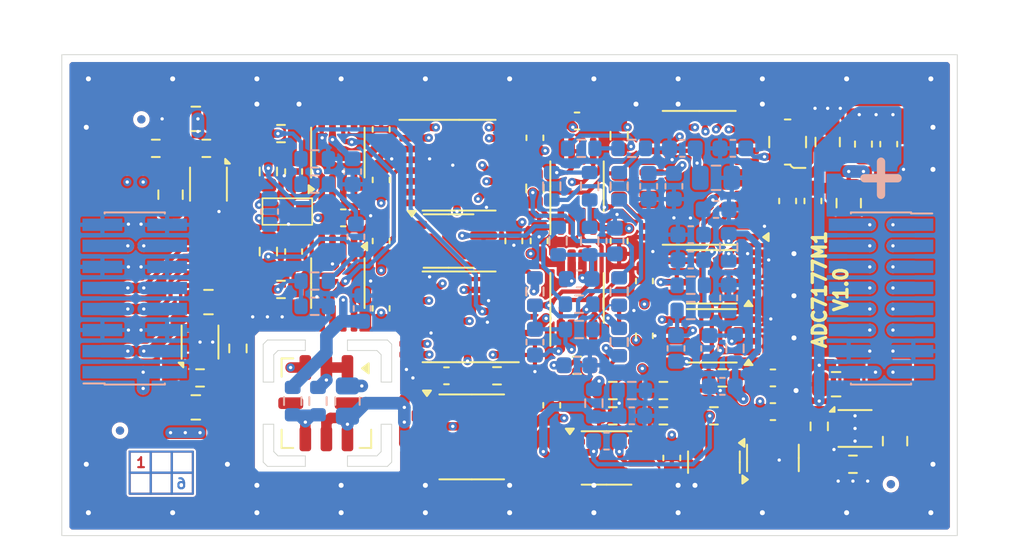
<source format=kicad_pcb>
(kicad_pcb (version 20241229) (generator "pcbnew") (generator_version "9.0")
  (layers (0 "F.Cu" signal) (4 "In1.Cu" signal) (6 "In2.Cu" signal) (8 "In3.Cu" signal) (10 "In4.Cu" signal) (2 "B.Cu" signal) (13 "F.Paste" user) (15 "B.Paste" user) (5 "F.SilkS" user "F.Silkscreen") (7 "B.SilkS" user "B.Silkscreen") (1 "F.Mask" user) (3 "B.Mask" user) (25 "Edge.Cuts" user))
  (net 0 "")
  (net 1 "Net-(C1-Pad2)")
  (net 2 "GNDA")
  (net 3 "Net-(C2-Pad2)")
  (net 4 "Net-(C3-Pad2)")
  (net 5 "Net-(C3-Pad1)")
  (net 6 "Net-(C4-Pad2)")
  (net 7 "Net-(C4-Pad1)")
  (net 8 "+5VA")
  (net 9 "+7.5V")
  (net 10 "-2V5")
  (net 11 "+15V")
  (net 12 "-15V")
  (net 13 "Net-(U4A-+)")
  (net 14 "Net-(U4B--)")
  (net 15 "Net-(U5A-+)")
  (net 16 "Net-(U4A--)")
  (net 17 "Net-(U5B-+)")
  (net 18 "/Schematic/ADC/AIN+")
  (net 19 "/Schematic/ADC/AIN-")
  (net 20 "+5VD")
  (net 21 "+3.3V")
  (net 22 "Net-(U11A-+)")
  (net 23 "Net-(U11B--)")
  (net 24 "Net-(U12B-+)")
  (net 25 "Net-(U11A--)")
  (net 26 "Net-(U12A-+)")
  (net 27 "Net-(U13-REF+)")
  (net 28 "/Schematic/ADC/VCM")
  (net 30 "Net-(U13-REGCAPA)")
  (net 31 "Net-(U13-REGCAPD)")
  (net 32 "Net-(Y1-VDD)")
  (net 33 "Net-(C52-Pad1)")
  (net 34 "/Schematic/REF_5V")
  (net 35 "Net-(U16--)")
  (net 36 "Net-(U17-+)")
  (net 37 "/Schematic/Connector A/IN+")
  (net 38 "/Schematic/Connector A/IN-")
  (net 39 "Net-(U3B--)")
  (net 40 "Net-(U3A--)")
  (net 41 "Net-(U4B-+)")
  (net 42 "Net-(R13-Pad2)")
  (net 43 "Net-(R14-Pad2)")
  (net 44 "Net-(R15-Pad2)")
  (net 45 "Net-(R16-Pad2)")
  (net 46 "Net-(R17-Pad2)")
  (net 47 "Net-(R18-Pad2)")
  (net 48 "Net-(R19-Pad2)")
  (net 49 "Net-(R20-Pad2)")
  (net 50 "Net-(U5A--)")
  (net 51 "Net-(U5B--)")
  (net 52 "Net-(U8-SENSE{slash}ADJ)")
  (net 53 "Net-(U9-SENSE{slash}ADJ)")
  (net 54 "/Schematic/ADC/VCM_REFOUT")
  (net 55 "Net-(U12B--)")
  (net 56 "Net-(U12A--)")
  (net 57 "/Schematic/ADC/~{CS}")
  (net 58 "/Schematic/ADC/~{SYNC}{slash}~{ERR}")
  (net 59 "Net-(U14-HEATER-)")
  (net 60 "Net-(U14-+REFF)")
  (net 61 "/Schematic/Frontend/REF_7V")
  (net 62 "Net-(U17--)")
  (net 63 "/Schematic/Frontend/REF_10V")
  (net 64 "Net-(U10-ADJ)")
  (net 65 "/Schematic/Frontend/IN_CPL")
  (net 67 "Net-(L1-Pad4)")
  (net 68 "Net-(U7-S2)")
  (net 69 "Net-(L1-Pad3)")
  (net 70 "Net-(U6-S2)")
  (net 72 "Net-(U3A-+)")
  (net 73 "Net-(U3B-+)")
  (net 74 "/Schematic/Connector B/A0N")
  (net 75 "/Schematic/Connector B/A2N")
  (net 76 "/Schematic/Connector B/A1N")
  (net 77 "/Schematic/Connector B/A2P")
  (net 78 "/Schematic/Connector B/A1P")
  (net 79 "/Schematic/Connector B/A0P")
  (net 84 "Net-(U13-XTAL2{slash}CLKIO)")
  (net 85 "/Schematic/ADC/DOUT")
  (net 87 "/Schematic/ADC/DIN")
  (net 88 "/Schematic/ADC/SCLK")
  (footprint "Resistor_SMD:R_0603_1608Metric" (layer "F.Cu") (at 135.819 92.456 180)
    (property "Reference" "R4" (hide yes))
    (property "Value" "100/0.1%")
  )
  (footprint "Resistor_SMD:R_0603_1608Metric" (layer "F.Cu") (at 155.829 100.076 180)
    (property "Reference" "R45" (hide yes))
    (property "Value" "20k/0.01%/5ppm")
  )
  (footprint "Package_SO:MSOP-8_3x3mm_P0.65mm" (layer "F.Cu") (at 161.798 91.694 180)
    (property "Reference" "U12" (hide yes))
    (property "Value" "AD8066ARMZ")
  )
  (footprint "Capacitor_SMD:C_0603_1608Metric" (layer "F.Cu") (at 156.21 89.535 90)
    (property "Reference" "C7" (hide yes))
    (property "Value" "100n")
  )
  (footprint "Resistor_SMD:R_0603_1608Metric" (layer "F.Cu") (at 170.307 102.997)
    (property "Reference" "R28" (hide yes))
    (property "Value" "10k/0.1%")
  )
  (footprint "Capacitor_SMD:C_0603_1608Metric" (layer "F.Cu") (at 136.581 85.344 90)
    (property "Reference" "C1" (hide yes))
    (property "Value" "1n")
  )
  (footprint "Capacitor_SMD:C_0805_2012Metric" (layer "F.Cu") (at 172.847 101.6 -90)
    (property "Reference" "C23" (hide yes))
    (property "Value" "10u")
  )
  (footprint "Resistor_SMD:R_0603_1608Metric" (layer "F.Cu") (at 156.21 92.583 90)
    (property "Reference" "R17" (hide yes))
    (property "Value" "1")
  )
  (footprint "Package_SO:MSOP-8_3x3mm_P0.65mm" (layer "F.Cu") (at 153.67 86.233 90)
    (property "Reference" "U5" (hide yes))
    (property "Value" "AD8066ARMZ")
  )
  (footprint "Resistor_SMD:R_0603_1608Metric" (layer "F.Cu") (at 156.21 95.631 90)
    (property "Reference" "R14" (hide yes))
    (property "Value" "200/0.01%/5ppm")
  )
  (footprint "Capacitor_SMD:C_0603_1608Metric" (layer "F.Cu") (at 172.466 83.693 -90)
    (property "Reference" "C48" (hide yes))
    (property "Value" "100n")
  )
  (footprint "Capacitor_SMD:C_0805_2012Metric" (layer "F.Cu") (at 169.291 98.171)
    (property "Reference" "C24" (hide yes))
    (property "Value" "10u")
  )
  (footprint "Oscillator:Oscillator_SMD_ECS_2520MV-xxx-xx-4Pin_2.5x2.0mm" (layer "F.Cu") (at 166.37 83.566 180)
    (property "Reference" "Y1" (hide yes))
    (property "Value" "ECS-2520MV-160-BL-TR")
  )
  (footprint "Fiducial:Fiducial_0.5mm_Mask1mm" (layer "F.Cu") (at 127.4 82.2)
    (property "Reference" "FID5" (hide yes))
    (property "Value" "Fiducial")
  )
  (footprint "Package_CSP:LFCSP-6-1EP_2x2mm_P0.65mm_EP1x1.6mm" (layer "F.Cu") (at 131.445 86.106 -90)
    (property "Reference" "U10" (hide yes))
    (property "Value" "ADP7182ACPZN")
  )
  (footprint "Capacitor_SMD:C_0805_2012Metric" (layer "F.Cu") (at 168.783 83.566 90)
    (property "Reference" "C46" (hide yes))
    (property "Value" "10u")
  )
  (footprint "Capacitor_SMD:C_0603_1608Metric" (layer "F.Cu") (at 167.894 87.122 -90)
    (property "Reference" "C38" (hide yes))
    (property "Value" "100n")
  )
  (footprint "Capacitor_SMD:C_0603_1608Metric" (layer "F.Cu") (at 165.481 97.79)
    (property "Reference" "C30" (hide yes))
    (property "Value" "1u")
  )
  (footprint "Capacitor_SMD:C_0603_1608Metric" (layer "F.Cu") (at 151.13 95.631 -90)
    (property "Reference" "C17" (hide yes))
    (property "Value" "100n")
  )
  (footprint "Resistor_SMD:R_0603_1608Metric" (layer "F.Cu") (at 162.433 97.79)
    (property "Reference" "R33" (hide yes))
    (property "Value" "100/0.1%")
  )
  (footprint "Resistor_SMD:R_0603_1608Metric" (layer "F.Cu") (at 158.877 100.076)
    (property "Reference" "R46" (hide yes))
    (property "Value" "10k/0.01%/2ppm")
  )
  (footprint "Capacitor_SMD:C_0603_1608Metric" (layer "F.Cu") (at 136.581 90.17 -90)
    (property "Reference" "C2" (hide yes))
    (property "Value" "1n")
  )
  (footprint "Fiducial:Fiducial_0.5mm_Mask1mm" (layer "F.Cu") (at 172.593 104.2)
    (property "Reference" "FID3" (hide yes))
    (property "Value" "Fiducial")
  )
  (footprint "Capacitor_SMD:C_0603_1608Metric" (layer "F.Cu") (at 141.859 93.599 90)
    (property "Reference" "C16" (hide yes))
    (property "Value" "100n")
  )
  (footprint "Capacitor_SMD:C_0603_1608Metric" (layer "F.Cu") (at 157.734 91.948 90)
    (property "Reference" "C31" (hide yes))
    (property "Value" "100n")
  )
  (footprint "Package_SO:VSSOP-8_3x3mm_P0.65mm" (layer "F.Cu") (at 145.923 89.535)
    (property "Reference" "U3" (hide yes))
    (property "Value" "OPA2189IDGK")
  )
  (footprint "Package_SO:MSOP-8_3x3mm_P0.65mm" (layer "F.Cu") (at 161.798 95.25 180)
    (property "Reference" "U11" (hide yes))
    (property "Value" "ADA4522-2ARMZ")
  )
  (footprint "Capacitor_SMD:C_0603_1608Metric" (layer "F.Cu") (at 149.86 89.535 -90)
    (property "Reference" "C12" (hide yes))
    (property "Value" "100n")
  )
  (footprint "Capacitor_SMD:C_0805_2012Metric" (layer "F.Cu") (at 130.683 82.169 180)
    (property "Reference" "C28" (hide yes))
    (property "Value" "10u")
  )
  (footprint "ADC7177M1:ACM2012-900-2P-T001" (layer "F.Cu") (at 136.2 87.757)
    (property "Reference" "L1" (hide yes))
    (property "Value" "ACM2012-900-2P-T001")
  )
  (footprint "Package_TO_SOT_SMD:SOT-23-5" (layer "F.Cu") (at 165.481 102.616 90)
    (property "Reference" "U17" (hide yes))
    (property "Value" "AD8065ART")
  )
  (footprint "Package_CSP:LFCSP-6-1EP_2x2mm_P0.65mm_EP1x1.6mm" (layer "F.Cu") (at 170.434 100.838)
    (property "Reference" "U8" (hide yes))
    (property "Value" "ADP7118ACPZN")
  )
  (footprint "Package_SO:TSSOP-16_4.4x5mm_P0.65mm" (layer "F.Cu") (at 146.558 94.107 180)
    (property "Reference" "U7" (hide yes))
    (property "Value" "ADG1408YRUZ")
  )
  (footprint "Capacitor_SMD:C_0603_1608Metric" (layer "F.Cu") (at 139.573 88.138)
    (property "Reference" "C10" (hide yes))
    (property "Value" "100n")
  )
  (footprint "Resistor_SMD:R_0603_1608Metric" (layer "F.Cu") (at 155.829 98.552)
    (property "Reference" "R44" (hide yes))
    (property "Value" "8k2/0.05%/10ppm")
  )
  (footprint "Capacitor_SMD:C_0603_1608Metric" (layer "F.Cu") (at 141.859 89.535 90)
    (property "Reference" "C13" (hide yes))
    (property "Value" "100n")
  )
  (footprint "Resistor_SMD:R_0603_1608Metric" (layer "F.Cu") (at 153.67 97.028)
    (property "Reference" "R13" (hide yes))
    (property "Value" "3k3/0.01%/5ppm")
  )
  (footprint "Resistor_SMD:R_0603_1608Metric" (layer "F.Cu") (at 135.057 85.344 -90)
    (property "Reference" "R7" (hide yes))
    (property "Value" "0")
  )
  (footprint "Capacitor_SMD:C_0603_1608Metric" (layer "F.Cu") (at 153.67 82.296 180)
    (property "Reference" "C6" (hide yes))
    (property "Value" "100n")
  )
  (footprint "Resistor_SMD:R_0603_1608Metric" (layer "F.Cu") (at 168.275 100.711 -90)
    (property "Reference" "R27" (hide yes))
    (property "Value" "R")
  )
  (footprint "Package_SO:VSSOP-8_3x3mm_P0.65mm" (layer "F.Cu") (at 153.67 92.964 90)
    (property "Reference" "U4" (hide yes))
    (property "Value" "OPA2388IDGKx")
  )
  (footprint "Fiducial:Fiducial_0.5mm_Mask1mm" (layer "F.Cu") (at 126.111 100.965)
    (property "Reference" "FID1" (hide yes))
    (property "Value" "Fiducial")
  )
  (footprint "Capacitor_SMD:C_0603_1608Metric" (layer "F.Cu") (at 151.384 89.535 -90)
    (property "Reference" "C5" (hide yes))
    (property "Value" "100n")
  )
  (footprint "Capacitor_SMD:C_0603_1608Metric" (layer "F.Cu") (at 151.13 83.312 90)
    (property "Reference" "C14" (hide yes))
    (property "Value" "100n")
  )
  (footprint "Resistor_SMD:R_0603_1608Metric" (layer "F.Cu") (at 130.937 97.79)
    (property "Reference" "R29" (hide yes))
    (property "Value" "R")
  )
  (footprint "Inductor_SMD:L_0603_1608Metric" (layer "F.Cu") (at 170.942 83.693 90)
    (property "Reference" "FB1" (hide yes))
    (property "Value" "BLM18HE102SN1")
  )
  (footprint "Resistor_SMD:R_0603_1608Metric" (layer "F.Cu") (at 156.21 83.185 90)
    (property "Reference" "R22" (hide yes))
    (property "Value" "1")
  )
  (footprint "Resistor_SMD:R_0603_1608Metric" (layer "F.Cu") (at 128.27 83.947 180)
    (property "Reference" "R32" (hide yes))
    (property "Value" "10k/0.1%")
  )
  (footprint "Package_SO:SOIC-8_3.9x4.9mm_P1.27mm" (layer "F.Cu") (at 147.32 101.346)
    (property "Reference" "U15" (hide yes))
    (property "Value" "LT1012S8")
  )
  (footprint "Package_TO_SOT_SMD:SOT-23" (layer "F.Cu") (at 161.925 102.87 -90)
    (property "Reference" "RN1" (hide yes))
    (property "Value" "MPMT2002QT0")
  )
  (footprint "Resistor_SMD:R_0603_1608Metric" (layer "F.Cu") (at 151.13 86.36 90)
    (property "Reference" "R25" (hide yes))
    (property "Value" "1")
  )
  (footprint "Package_CSP:LFCSP-6-1EP_2x2mm_P0.65mm_EP1x1.6mm" (layer "F.Cu") (at 130.937 95.631 90)
    (property "Reference" "U9" (hide yes))
    (property "Value" "ADP7118ACPZN")
  )
  (footprint "Resistor_SMD:R_0603_1608Metric" (layer "F.Cu") (at 135.057 90.17 90)
    (property "Reference" "R8" (hide yes))
    (property "Value" "0")
  )
  (footprint "Capacitor_SMD:C_0805_2012Metric" (layer "F.Cu") (at 130.683 99.568)
    (property "Reference" "C26" (hide yes))
    (property "Value" "10u")
  )
  (footprint "Resistor_SMD:R_0603_1608Metric" (layer "F.Cu") (at 135.819 83.058 180)
    (property "Reference" "R1" (hide yes))
    (property "Value" "100/0.1%")
  )
  (footprint "Capacitor_SMD:C_0603_1608Metric" (layer "F.Cu") (at 145.796 97.663 180)
    (property "Reference" "C52" (hide yes))
    (property "Value" "1u")
  )
  (footprint "Capacitor_SMD:C_0805_2012Metric" (layer "F.Cu") (at 131.445 93.218)
    (property "Reference" "C25" (hide yes))
    (property "Value" "10u")
  )
  (footprint "Package_SO:MSOP-8_3x3mm_P0.65mm" (layer "F.Cu") (at 139.248 84.201 90)
    (property "Reference" "U1" (hide yes))
    (property "Value" "ADG1419BRMZ")
  )
  (footprint "Capacitor_SMD:C_0805_2012Metric" (layer "F.Cu") (at 129.159 86.741 -90)
    (property "Reference" "C27" (hide yes))
    (property "Value" "10u")
  )
  (footprint "Resistor_SMD:R_0603_1608Metric" (layer "F.Cu") (at 133.223 96.012 90)
    (property "Reference" "R30" (hide yes))
    (property "Value" "10k/0.1%")
  )
  (footprint "Resistor_SMD:R_0603_1608Metric" (layer "F.Cu") (at 158.877 98.552 180)
    (property "Reference" "R48" (hide yes))
    (property "Value" "100/0.1%")
  )
  (footprint "Capacitor_SMD:C_0603_1608Metric" (layer "F.Cu") (at 166.37 87.122 -90)
    (property "Reference" "C39" (hide yes))
    (property "Value" "100n")
  )
  (footprint "Resistor_SMD:R_0603_1608Metric" (layer "F.Cu") (at 148.844 97.663 180)
    (property "Reference" "R41" (hide yes))
    (property "Value" "5R1")
  )
  (footprint "Package_SO:TSSOP-16_4.4x5mm_P0.65mm" (layer "F.Cu") (at 146.558 84.963)
    (property "Reference" "U6" (hide yes))
    (property "Value" "ADG1408YRUZ")
  )
  (footprint "Package_SO:MSOP-8_3x3mm_P0.65mm" (layer "F.Cu") (at 155.448 102.616)
    (property "Reference" "U16" (hide yes))
    (property "Value" "ADA4522-1ARMZ")
  )
  (footprint "Capacitor_SMD:C_0603_1608Metric" (layer "F.Cu") (at 159.385 102.616 -90)
    (property "Reference" "C50" (hide yes))
    (property "Value" "100n")
  )
  (footprint "Capacitor_SMD:C_0603_1608Metric" (layer "F.Cu") (at 157.734 95.25 90)
    (property "Reference" "C29" (hide yes))
    (property "Value" "100n")
  )
  (footprint "Capacitor_SMD:C_0805_2012Metric" (layer "F.Cu") (at 170.053 87.249 -90)
    (property "Reference" "C36" (hide yes))
    (property "Value" "10u")
  )
  (footprint "Capacitor_SMD:C_0603_1608Metric" (layer "F.Cu") (at 156.21 86.233 -90)
    (property "Reference" "C22" (hide yes))
    (property "Value" "10n/C0G")
  )
  (footprint "Capacitor_SMD:C_0603_1608Metric" (layer "F.Cu") (at 165.481 99.822)
    (property "Reference" "C49" (hide yes))
    (property "Value" "100n")
  )
  (footprint "Capacitor_SMD:C_0603_1608Metric" (layer "F.Cu") (at 141.859 85.852 90)
    (property "Reference" "C8" (hide yes))
    (property "Value" "100n")
  )
  (footprint "Capacitor_SMD:C_0603_1608Metric" (layer "F.Cu") (at 141.859 82.804 90)
    (property "Reference" "C9" (hide yes))
    (property "Value" "100n")
  )
  (footprint "Package_LCC:Analog_LCC-8_5x5mm_P1.27mm" (layer "F.Cu") (at 138.557 99.314 -90)
    (property "Reference" "U14" (hide yes))
    (property "Value" "ADR1399KEZ")
  )
  (footprint "Resistor_SMD:R_0603_1608Metric" (layer "F.Cu") (at 161.925 100.076)
    (property "Reference" "R47" (hide yes))
    (property "Value" "10k/0.01%/2ppm")
  )
  (footprint "Resistor_SMD:R_0603_1608Metric" (layer "F.Cu") (at 131.318 83.947 180)
    (property "Reference" "R31" (hide yes))
    (property "Value" "R")
  )
  (footprint "ADC7177M1:3670513" (layer "F.Cu") (at 149.606 92.837)
    (property "Reference" "J1" (hide yes))
    (property "Value" "3670513")
  )
  (footprint "Package_SO:TSSOP-24_4.4x7.8mm_P0.65mm" (layer "F.Cu") (at 161.036 85.725 180)
    (property "Reference" "U13" (hide yes))
    (property "Value" "AD7177-2BRUZ")
  )
  (footprint "Package_SO:MSOP-8_3x3mm_P0.65mm" (layer "F.Cu") (at 139.248 92.075 -90)
    (property "Reference" "U2" (hide yes))
    (property "Value" "ADG1419BRMZ")
  )
  (footprint "Resistor_SMD:R_0603_1608Metric" (layer "F.Cu") (at 151.13 92.583 -90)
    (property "Reference" "R12" (hide yes))
    (property "Value" "20k/0.01%/5ppm")
  )
  (footprint "Capacitor_SMD:C_0603_1608Metric" (layer "F.Cu") (at 152.146 99.441 90)
    (property "Reference" "C51" (hide yes))
    (property "Value" "100n")
  )
  (footprint "Capacitor_SMD:C_0603_1608Metric" (layer "B.Cu") (at 151.13 95.631 -90)
    (property "Reference" "C20" (hide yes))
    (property "Value" "100p")
  )
  (footprint "Capacitor_SMD:C_0603_1608Metric" (layer "B.Cu") (at 157.988 86.233 -90)
    (property "Reference" "C43" (hide yes))
    (property "Value" "100n")
  )
  (footprint "Resistor_SMD:R_0603_1608Metric" (layer "B.Cu") (at 156.972 98.552)
    (property "Reference" "R43" (hide yes))
    (property "Value" "20k/0.01%/5ppm")
  )
  (footprint "Fiducial:Fiducial_0.5mm_Mask1mm" (layer "B.Cu") (at 172.6 104.2 180)
    (property "Reference" "FID6" (hide yes))
    (property "Value" "Fiducial")
  )
  (footprint "Resistor_SMD:R_0603_1608Metric" (layer "B.Cu") (at 153.797 93.345)
    (property "Reference" "R9" (hide yes))
    (property "Value" "20k/0.01%/5ppm")
  )
  (footprint "Capacitor_SMD:C_0603_1608Metric" (layer "B.Cu") (at 159.639 96.012 -90)
    (property "Reference" "C32" (hide yes))
    (property "Value" "10n/C0G")
  )
  (footprint "Resistor_SMD:R_0603_1608Metric" (layer "B.Cu") (at 137.851 91.948)
    (property "Reference" "R6" (hide yes))
    (property "Value" "0")
  )
  (footprint "Capacitor_SMD:C_0603_1608Metric" (layer "B.Cu") (at 159.512 86.233 -90)
    (property "Reference" "C42" (hide yes))
    (property "Value" "1u")
  )
  (footprint "Capacitor_SMD:C_0603_1608Metric" (layer "B.Cu") (at 160.528 89.154 180)
    (property "Reference" "C40" (hide yes))
    (property "Value" "1u")
  )
  (footprint "Capacitor_SMD:C_0603_1608Metric" (layer "B.Cu") (at 140.716 93.599 90)
    (property "Reference" "C11" (hide yes))
    (property "Value" "100n")
  )
  (footprint "Capacitor_SMD:C_0603_1608Metric" (layer "B.Cu") (at 162.052 87.63)
    (property "Reference" "C41" (hide yes))
    (property "Value" "100n")
  )
  (footprint "Resistor_SMD:R_0603_1608Metric" (layer "B.Cu") (at 160.528 93.726)
    (property "Reference" "R34" (hide yes))
    (property "Value" "1k/0.1%")
  )
  (footprint "Resistor_SMD:R_0603_1608Metric" (layer "B.Cu") (at 160.528 92.202)
    (property "Reference" "R35" (hide yes))
    (property "Value" "10/0.1%")
  )
  (footprint "Fiducial:Fiducial_0.5mm_Mask1mm" (layer "B.Cu") (at 126.111 100.965 180)
    (property "Reference" "FID2" (hide yes))
    (property "Value" "Fiducial")
  )
  (footprint "Resistor_SMD:R_0603_1608Metric" (layer "B.Cu") (at 153.797 94.869)
    (property "Reference" "R19" (hide yes))
    (property "Value" "3k3/0.01%/5ppm")
  )
  (footprint "Resistor_SMD:R_0805_2012Metric" (layer "B.Cu") (at 139.827 99.187 -90)
    (property "Reference" "R40" (hide yes))
    (property "Value" "2k67/0.25W/0805")
  )
  (footprint "Resistor_SMD:R_0603_1608Metric" (layer "B.Cu") (at 137.851 84.582)
    (property "Reference" "R2" (hide yes))
    (property "Value" "10M")
  )
  (footprint "Resistor_SMD:R_0603_1608Metric" (layer "B.Cu") (at 137.851 86.106)
    (property "Reference" "R5" (hide yes))
    (property "Value" "0")
  )
  (footprint "Resistor_SMD:R_0603_1608Metric" (layer "B.Cu") (at 163.195 96.012 -90)
    (property "Reference" "R36" (hide yes))
    (property "Value" "1k/0.1%")
  )
  (footprint "Capacitor_SMD:C_0603_1608Metric" (layer "B.Cu") (at 162.433 98.298 180)
    (property "Reference" "C37" (hide yes))
    (property "Value" "10n/C0G")
  )
  (footprint "Resistor_SMD:R_0603_1608Metric" (layer "B.Cu") (at 136.525 99.187 -90)
    (property "Reference" "R39" (hide yes))
    (property "Value" "0")
  )
  (footprint "Resistor_SMD:R_0603_1608Metric" (layer "B.Cu") (at 154.432 89.535 90)
    (property "Reference" "R20" (hide yes))
    (property "Value" "3k3/0.01%/5ppm")
  )
  (footprint "Capacitor_SMD:C_0603_1608Metric" (layer "B.Cu") (at 153.797 91.821 180)
    (property "Reference" "C21" (hide yes))
    (property "Value" "100p")
  )
  (footprint "Resistor_SMD:R_0603_1608Metric" (layer "B.Cu") (at 154.686 99.314 -90)
    (property "Reference" "R42" (hide yes))
    (property "Value" "8k2/0.05%/10ppm")
  )
  (footprint "Resistor_SMD:R_0603_1608Metric" (layer "B.Cu") (at 156.972 83.947 180)
    (property "Reference" "R16" (hide yes))
    (property "Value" "200/0.01%/5ppm")
  )
  (footprint "Capacitor_SMD:C_0603_1608Metric" (layer "B.Cu") (at 161.671 96.012 -90)
    (property "Reference" "C33" (hide yes))
    (property "Value" "10n/C0G")
  )
  (footprint "Capacitor_SMD:C_0603_1608Metric" (layer "B.Cu") (at 155.956 89.535 -90)
    (property "Reference" "C19" (hide yes))
    (property "Value" "100p")
  )
  (footprint "Capacitor_SMD:C_0603_1608Metric" (layer "B.Cu") (at 153.67 97.028 180)
    (property "Reference" "C18" (hide yes))
    (property "Value" "100p")
  )
  (footprint "Connector_PinHeader_1.27mm:PinHeader_2x08_P1.27mm_Vertical_SMD" (layer "B.Cu") (at 127 93)
    (property "Reference" "J4" (hide yes))
    (property "Value" "FTSH-108-04-L-DV")
  )
  (footprint "Capacitor_SMD:C_0603_1608Metric" (layer "B.Cu") (at 140.137 85.344 -90)
    (property "Reference" "C15" (hide yes))
    (property "Value" "100n")
  )
  (footprint "Capacitor_SMD:C_0603_1608Metric" (layer "B.Cu") (at 160.02 83.947 180)
    (property "Reference" "C45" (hide yes))
    (property "Value" "100n")
  )
  (footprint "Capacitor_SMD:C_0603_1608Metric" (layer "B.Cu") (at 156.972 100.076)
    (property "Reference" "C53" (hide yes))
    (property "Value" "100p")
  )
  (footprint "Capacitor_SMD:C_0603_1608Metric" (layer "B.Cu") (at 135.128 87.757 -90)
    (property "Reference" "C4" (hide yes))
    (property "Value" "C")
  )
  (footprint "Resistor_SMD:R_0603_1608Metric" (layer "B.Cu") (at 138.049 99.187 -90)
    (property "Reference" "R38" (hide yes))
    (property "Value" "0")
  )
  (footprint "Resistor_SMD:R_0603_1608Metric" (layer "B.Cu") (at 156.21 86.233 90)
    (property "Reference" "R15" (hide yes))
    (property "Value" "3k3/0.01%/5ppm")
  )
  (footprint "Capacitor_SMD:C_0603_1608Metric" (layer "B.Cu") (at 155.448 101.6)
    (property "Reference" "C54" (hide yes))
    (property "Value" "100p")
  )
  (footprint "Resistor_SMD:R_0603_1608Metric" (layer "B.Cu") (at 154.432 86.233 90)
    (property "Reference" "R24" (hide yes))
    (property "Value" "200/0.01%/5ppm")
  )
  (footprint "ADC7177M1:3670345" (layer "B.Cu") (at 149.606 92.837 180)
    (property "Reference" "J2" (hide yes))
    (property "Value" "3670345")
  )
  (footprint "Resistor_SMD:R_0603_1608Metric" (layer "B.Cu") (at 156.21 92.583 90)
    (property "Reference" "R23" (hide yes))
    (property "Value" "200/0.01%/5ppm")
  )
  (footprint "Capacitor_SMD:C_0603_1608Metric" (layer "B.Cu") (at 163.068 83.947 180)
    (property "Reference" "C47" (hide yes))
    (property "Value" "100n")
  )
  (footprint "Capacitor_SMD:C_0805_2012Metric" (layer "B.Cu") (at 162.052 85.725)
    (property "Reference" "C44" (hide yes))
    (property "Value" "10u")
  )
  (footprint "Resistor_SMD:R_0603_1608Metric" (layer "B.Cu") (at 162.814 89.916 90)
    (property "Reference" "R37" (hide yes))
    (property "Value" "10/0.1%")
  )
  (footprint "Resistor_SMD:R_0603_1608Metric" (layer "B.Cu") (at 151.13 92.583 -90)
    (property "Reference" "R11" (hide yes))
    (property "Value" "20k/0.01%/5ppm")
  )
  (footprint "Fiducial:Fiducial_0.5mm_Mask1mm" (layer "B.Cu") (at 127.4 82.2 180)
    (property "Reference" "FID4" (hide yes))
    (property "Value" "Fiducial")
  )
  (footprint "Resistor_SMD:R_0603_1608Metric" (layer "B.Cu") (at 137.851 93.472)
    (property "Reference" "R3" (hide yes))
    (property "Value" "10M")
  )
  (footprint "Resistor_SMD:R_0603_1608Metric" (layer "B.Cu") (at 153.924 83.947 180)
    (property "Reference" "R18" (hide yes))
    (property "Value" "1")
  )
  (footprint "Capacitor_SMD:C_0603_1608Metric" (layer "B.Cu") (at 160.528 90.678 180)
    (property "Reference" "C35" (hide yes))
    (property "Value" "47n/C0G")
  )
  (footprint "Connector_PinHeader_1.27mm:PinHeader_2x08_P1.27mm_Vertical_SMD" (layer "B.Cu") (at 172 93 180)
    (property "Reference" "J3" (hide yes))
    (property "Value" "FTSH-108-04-L-DV")
  )
  (footprint "Resistor_SMD:R_0603_1608Metric" (layer "B.Cu") (at 156.21 95.631 -90)
    (property "Reference" "R21" (hide yes))
    (property "Value" "1")
  )
  (footprint "Resistor_SMD:R_0603_1608Metric" (layer "B.Cu") (at 152.146 86.233 -90)
    (property "Reference" "R26" (hide yes))
    (property "Value" "1")
  )
  (footprint "Capacitor_SMD:C_0603_1608Metric" (layer "B.Cu") (at 140.335 89.281 -90)
    (property "Reference" "C3" (hide yes))
    (property "Value" "C")
  )
  (footprint "Capacitor_SMD:C_0603_1608Metric" (layer "B.Cu") (at 162.814 92.964 90)
    (property "Reference" "C34" (hide yes))
    (property "Value" "47n/C0G")
  )
  (footprint "Resistor_SMD:R_0603_1608Metric" (layer "B.Cu") (at 152.527 89.535 -90)
    (property "Reference" "R10" (hide yes))
    (property "Value" "20k/0.01%/5ppm")
  )
  (gr_rect (start 127.9652 103.505) (end 129.2352 104.775) (stroke (width 0.127)) (fill no) (layer "F.Cu"))
  (gr_rect (start 126.6952 103.505) (end 127.9652 104.775) (stroke (width 0.127)) (fill no) (layer "F.Cu"))
  (gr_rect (start 126.6952 102.235) (end 127.9652 103.505) (stroke (width 0.127)) (fill no) (layer "F.Cu"))
  (gr_rect (start 127.9652 102.235) (end 129.2352 103.505) (stroke (width 0.127)) (fill no) (layer "F.Cu"))
  (gr_rect (start 129.2352 102.235) (end 130.5052 103.505) (stroke (width 0.127)) (fill no) (layer "F.Cu"))
  (gr_rect (start 129.2352 103.505) (end 130.5052 104.775) (stroke (width 0.127)) (fill no) (layer "F.Cu"))
  (gr_rect (start 129.2352 103.505) (end 130.5052 104.775) (stroke (width 0.127)) (fill no) (layer "B.Cu"))
  (gr_rect (start 127.9652 103.505) (end 129.2352 104.775) (stroke (width 0.127)) (fill no) (layer "B.Cu"))
  (gr_rect (start 126.6952 103.505) (end 127.9652 104.775) (stroke (width 0.127)) (fill no) (layer "B.Cu"))
  (gr_rect (start 127.9652 102.235) (end 129.2352 103.505) (stroke (width 0.127)) (fill no) (layer "B.Cu"))
  (gr_rect (start 129.2352 102.235) (end 130.5052 103.505) (stroke (width 0.127)) (fill no) (layer "B.Cu"))
  (gr_rect (start 126.6952 102.235) (end 127.9652 103.505) (stroke (width 0.127)) (fill no) (layer "B.Cu"))
  (gr_line (start 171 85.75) (end 173 85.75) (stroke (width 0.5)) (layer "B.SilkS"))
  (gr_line (start 172 84.75) (end 172 86.75) (stroke (width 0.5)) (layer "B.SilkS"))
  (gr_line (start 142.494 98.044) (end 142.494 95.758) (stroke (width 0.05)) (layer "Edge.Cuts"))
  (gr_line (start 141.859 98.044) (end 141.859 96.393) (stroke (width 0.05)) (layer "Edge.Cuts"))
  (gr_line (start 134.747 95.758) (end 135.001 95.504) (stroke (width 0.05)) (layer "Edge.Cuts"))
  (gr_line (start 139.827 103.124) (end 142.24 103.124) (stroke (width 0.05)) (layer "Edge.Cuts"))
  (gr_line (start 134.747 100.584) (end 135.382 100.584) (stroke (width 0.05)) (layer "Edge.Cuts"))
  (gr_line (start 135.382 102.235) (end 135.636 102.489) (stroke (width 0.05)) (layer "Edge.Cuts"))
  (gr_line (start 135.636 102.489) (end 137.287 102.489) (stroke (width 0.05)) (layer "Edge.Cuts"))
  (gr_line (start 142.24 95.504) (end 139.827 95.504) (stroke (width 0.05)) (layer "Edge.Cuts"))
  (gr_line (start 141.605 96.139) (end 139.827 96.139) (stroke (width 0.05)) (layer "Edge.Cuts"))
  (gr_line (start 141.859 102.235) (end 141.859 100.584) (stroke (width 0.05)) (layer "Edge.Cuts"))
  (gr_line (start 134.747 100.584) (end 134.747 102.87) (stroke (width 0.05)) (layer "Edge.Cuts"))
  (gr_rect (start 122.6 78.3) (end 176.6 107.3) (stroke (width 0.05)) (fill no) (layer "Edge.Cuts"))
  (gr_line (start 135.382 98.044) (end 134.747 98.044) (stroke (width 0.05)) (layer "Edge.Cuts"))
  (gr_line (start 141.605 102.489) (end 141.859 102.235) (stroke (width 0.05)) (layer "Edge.Cuts"))
  (gr_line (start 142.494 98.044) (end 141.859 98.044) (stroke (width 0.05)) (layer "Edge.Cuts"))
  (gr_line (start 137.287 95.504) (end 137.287 96.139) (stroke (width 0.05)) (layer "Edge.Cuts"))
  (gr_line (start 134.747 102.87) (end 135.001 103.124) (stroke (width 0.05)) (layer "Edge.Cuts"))
  (gr_line (start 135.001 103.124) (end 137.287 103.124) (stroke (width 0.05)) (layer "Edge.Cuts"))
  (gr_line (start 137.287 102.489) (end 137.287 103.124) (stroke (width 0.05)) (layer "Edge.Cuts"))
  (gr_line (start 139.827 102.489) (end 141.605 102.489) (stroke (width 0.05)) (layer "Edge.Cuts"))
  (gr_line (start 142.24 103.124) (end 142.494 102.87) (stroke (width 0.05)) (layer "Edge.Cuts"))
  (gr_line (start 137.287 95.504) (end 135.001 95.504) (stroke (width 0.05)) (layer "Edge.Cuts"))
  (gr_line (start 137.287 96.139) (end 135.636 96.139) (stroke (width 0.05)) (layer "Edge.Cuts"))
  (gr_line (start 142.494 102.87) (end 142.494 100.584) (stroke (width 0.05)) (layer "Edge.Cuts"))
  (gr_line (start 142.494 95.758) (end 142.24 95.504) (stroke (width 0.05)) (layer "Edge.Cuts"))
  (gr_line (start 141.859 100.584) (end 142.494 100.584) (stroke (width 0.05)) (layer "Edge.Cuts"))
  (gr_line (start 134.747 95.758) (end 134.747 98.044) (stroke (width 0.05)) (layer "Edge.Cuts"))
  (gr_line (start 139.827 103.124) (end 139.827 102.489) (stroke (width 0.05)) (layer "Edge.Cuts"))
  (gr_line (start 135.382 100.584) (end 135.382 102.235) (stroke (width 0.05)) (layer "Edge.Cuts"))
  (gr_line (start 135.382 96.393) (end 135.382 98.044) (stroke (width 0.05)) (layer "Edge.Cuts"))
  (gr_line (start 139.827 96.139) (end 139.827 95.504) (stroke (width 0.05)) (layer "Edge.Cuts"))
  (gr_line (start 141.605 96.139) (end 141.859 96.393) (stroke (width 0.05)) (layer "Edge.Cuts"))
  (gr_line (start 135.382 96.393) (end 135.636 96.139) (stroke (width 0.05)) (layer "Edge.Cuts"))
  (gr_text "1" (at 127.0127 103.251 0) (layer "F.Cu") (effects (font (size 0.6 0.6) (thickness 0.127) (bold yes)) (justify left bottom)))
  (gr_text "6" (at 130.175 104.521 0) (layer "B.Cu") (effects (font (size 0.6 0.6) (thickness 0.127) (bold yes)) (justify left bottom mirror)))
  (gr_text "ADC7177M1\nV1.0" (at 170.053 92.456 90) (layer "F.SilkS") (effects (font (size 0.8 0.8) (thickness 0.2) (bold yes)) (justify bottom)))
  (segment (start 136.644 83.058) (end 136.644 84.506) (width 0.254) (layer "F.Cu") (net 1))
  (segment (start 136.644 84.506) (end 136.581 84.569) (width 0.254) (layer "F.Cu") (net 1))
  (segment (start 144.866 95.082) (end 143.6955 95.082) (width 0.381) (layer "F.Cu") (net 2))
  (segment (start 149.86 89.789) (end 149.86 90.31) (width 0.508) (layer "F.Cu") (net 2))
  (segment (start 131.445 86.9935) (end 131.445 87.503) (width 0.381) (layer "F.Cu") (net 2))
  (segment (start 145.285387 85.938) (end 143.6955 85.938) (width 0.127) (layer "F.Cu") (net 2))
  (segment (start 157.861 90.17) (end 158.242 90.17) (width 0.127) (layer "F.Cu") (net 2))
  (segment (start 157.734 94.475) (end 157.734 94.361) (width 0.508) (layer "F.Cu") (net 2))
  (segment (start 159.28555 84.75) (end 159.40455 84.631) (width 0.381) (layer "F.Cu") (net 2))
  (segment (start 143.6955 84.638) (end 142.55 84.638) (width 0.381) (layer "F.Cu") (net 2))
  (segment (start 148.336 93.132) (end 149.4205 93.132) (width 0.381) (layer "F.Cu") (net 2))
  (segment (start 163.8985 86.05) (end 162.616 86.05) (width 0.381) (layer "F.Cu") (net 2))
  (segment (start 163.9105 90.719) (end 163.9105 90.3435) (width 0.381) (layer "F.Cu") (net 2))
  (segment (start 142.55 84.638) (end 142.494 84.582) (width 0.381) (layer "F.Cu") (net 2))
  (segment (start 138.923 89.9625) (end 138.923 90.917) (width 0.381) (layer "F.Cu") (net 2))
  (segment (start 151.384 88.76) (end 151.384 89.281) (width 0.508) (layer "F.Cu") (net 2))
  (segment (start 136.538 86.119) (end 136.017 85.598) (width 0.508) (layer "F.Cu") (net 2))
  (segment (start 139.573 86.3135) (end 139.573 85.344) (width 0.381) (layer "F.Cu") (net 2))
  (segment (start 138.557 97.164) (end 138.557 97.917) (width 0.635) (layer "F.Cu") (net 2))
  (segment (start 146.177 85.046387) (end 145.285387 85.938) (width 0.127) (layer "F.Cu") (net 2))
  (segment (start 138.557 97.164) (end 139.827 97.164) (width 0.635) (layer "F.Cu") (net 2))
  (segment (start 141.859 85.077) (end 141.999 85.077) (width 0.381) (layer "F.Cu") (net 2))
  (segment (start 148.474 87.238) (end 148.209 87.503) (width 0.127) (layer "F.Cu") (net 2))
  (segment (start 158.1735 84.75) (end 159.28555 84.75) (width 0.381) (layer "F.Cu") (net 2))
  (segment (start 146.177 84.963) (end 146.177 85.046387) (width 0.127) (layer "F.Cu") (net 2))
  (segment (start 162.616 86.05) (end 162.56 86.106) (width 0.381) (layer "F.Cu") (net 2))
  (segment (start 157.734 94.361) (end 157.099 93.726) (width 0.508) (layer "F.Cu") (net 2))
  (segment (start 158.1735 84.75) (end 157.14 84.75) (width 0.381) (layer "F.Cu") (net 2))
  (segment (start 149.4205 87.238) (end 148.474 87.238) (width 0.127) (layer "F.Cu") (net 2))
  (segment (start 164.969 88.65) (end 164.973 88.646) (width 0.381) (layer "F.Cu") (net 2))
  (segment (start 141.999 85.077) (end 142.494 84.582) (width 0.381) (layer "F.Cu") (net 2))
  (segment (start 163.9105 90.3435) (end 163.957 90.297) (width 0.381) (layer "F.Cu") (net 2))
  (segment (start 157.14 84.75) (end 157.099 84.709) (width 0.381) (layer "F.Cu") (net 2))
  (segment (start 157.734 90.297) (end 157.861 90.17) (width 0.127) (layer "F.Cu") (net 2))
  (segment (start 136.581 86.119) (end 136.538 86.119) (width 0.508) (layer "F.Cu") (net 2))
  (segment (start 148.265 94.432) (end 149.4205 94.432) (width 0.381) (layer "F.Cu") (net 2))
  (segment (start 163.8985 88.65) (end 164.969 88.65) (width 0.381) (layer "F.Cu") (net 2))
  (segment (start 157.734 91.173) (end 157.734 90.297) (width 0.127) (layer "F.Cu") (net 2))
  (via (at 158.369 95.25) (size 0.5) (drill 0.2) (layers "F.Cu" "B.Cu") (net 2))
  (via (at 166.751 95.377) (size 0.6) (drill 0.3) (layers "F.Cu" "B.Cu") (net 2))
  (via (at 139.573 85.344) (size 0.5) (drill 0.2) (layers "F.Cu" "B.Cu") (net 2))
  (via (at 141.224 88.011) (size 0.5) (drill 0.2) (layers "F.Cu" "B.Cu") (net 2))
  (via (at 160.782 104.267) (size 0.6) (drill 0.3) (layers "F.Cu" "B.Cu") (net 2))
  (via (at 141.224 91.948) (size 0.5) (drill 0.2) (layers "F.Cu" "B.Cu") (net 2))
  (via (at 166.751 90.297) (size 0.6) (drill 0.3) (layers "F.Cu" "B.Cu") (net 2))
  (via (at 148.336 93.132) (size 0.5) (drill 0.2) (layers "F.Cu" "B.Cu") (net 2))
  (via (at 127.381 94.905) (size 0.5) (drill 0.2) (layers "F.Cu" "B.Cu") (net 2))
  (via (at 139.446 79.756) (size 0.6) (drill 0.3) (layers "F.Cu" "B.Cu") (net 2))
  (via (at 139.446 105.918) (size 0.6) (drill 0.3) (layers "F.Cu" "B.Cu") (net 2))
  (via (at 173.355 85.217) (size 0.5) (drill 0.2) (layers "F.Cu" "B.Cu") (net 2))
  (via (at 156.083 87.933) (size 0.5) (drill 0.2) (layers "F.Cu" "B.Cu") (net 2))
  (via (at 159.766 105.918) (size 0.6) (drill 0.3) (layers "F.Cu" "B.Cu") (net 2))
  (via (at 124.206 105.918) (size 0.6) (drill 0.3) (layers "F.Cu" "B.Cu") (net 2))
  (via (at 126.619 94.905) (size 0.5) (drill 0.2) (layers "F.Cu" "B.Cu") (net 2))
  (via (at 154.686 79.756) (size 0.6) (drill 0.3) (layers "F.Cu" "B.Cu") (net 2))
  (via (at 159.766 104.267) (size 0.6) (drill 0.3) (layers "F.Cu" "B.Cu") (net 2))
  (via (at 163.957 90.297) (size 0.5) (drill 0.2) (layers "F.Cu" "B.Cu") (net 2))
  (via (at 144.78 91.694) (size 0.5) (drill 0.2) (layers "F.Cu" "B.Cu") (net 2))
  (via (at 165.354 94.234) (size 0.5) (drill 0.2) (layers "F.Cu" "B.Cu") (net 2))
  (via (at 154.686 104.267) (size 0.6) (drill 0.3) (layers "F.Cu" "B.Cu") (net 2))
  (via (at 138.303 83.312) (size 0.5) (drill 0.2) (layers "F.Cu" "B.Cu") (net 2))
  (via (at 172.72 96.175) (size 0.5) (drill 0.2) (layers "F.Cu" "B.Cu") (net 2))
  (via (at 175.133 102.997) (size 0.6) (drill 0.3) (layers "F.Cu" "B.Cu") (net 2))
  (via (at 146.177 84.963) (size 0.5) (drill 0.2) (layers "F.Cu" "B.Cu") (net 2))
  (via (at 154.686 105.918) (size 0.6) (drill 0.3) (layers "F.Cu" "B.Cu") (net 2))
  (via (at 169.164 102.108) (size 0.5) (drill 0.2) (layers "F.Cu" "B.Cu") (net 2))
  (via (at 135.89 94.107) (size 0.5) (drill 0.2) (layers "F.Cu" "B.Cu") (net 2))
  (via (at 144.526 79.756) (size 0.6) (drill 0.3) (layers "F.Cu" "B.Cu") (net 2))
  (via (at 159.40455 84.631) (size 0.5) (drill 0.2) (layers "F.Cu" "B.Cu") (net 2))
  (via (at 126.619 88.519) (size 0.5) (drill 0.2) (layers "F.Cu" "B.Cu") (net 2))
  (via (at 143.383 97.282) (size 0.5) (drill 0.2) (layers "F.Cu" "B.Cu") (net 2))
  (via (at 129.286 79.756) (size 0.6) (drill 0.3) (layers "F.Cu" "B.Cu") (net 2))
  (via (at 175.006 105.918) (size 0.6) (drill 0.3) (layers "F.Cu" "B.Cu") (net 2))
  (via (at 170.434 100.838) (size 0.5) (drill 0.2) (layers "F.Cu" "B.Cu") (net 2))
  (via (at 134.366 105.918) (size 0.6) (drill 0.3) (layers "F.Cu" "B.Cu") (net 2))
  (via (at 139.446 104.267) (size 0.6) (drill 0.3) (layers "F.Cu" "B.Cu") (net 2))
  (via (at 129.286 105.918) (size 0.6) (drill 0.3) (layers "F.Cu" "B.Cu") (net 2))
  (via (at 170.434 101.6) (size 0.5) (drill 0.2) (layers "F.Cu" "B.Cu") (net 2))
  (via (at 134.112 94.107) (size 0.5) (drill 0.2) (layers "F.Cu" "B.Cu") (net 2))
  (via (at 124.206 79.756) (size 0.6) (drill 0.3) (layers "F.Cu" "B.Cu") (net 2))
  (via (at 171.196 104.013) (size 0.5) (drill 0.2) (layers "F.Cu" "B.Cu") (net 2))
  (via (at 175.133 85.217) (size 0.6) (drill 0.3) (layers "F.Cu" "B.Cu") (net 2))
  (via (at 157.226 81.28) (size 0.6) (drill 0.3) (layers "F.Cu" "B.Cu") (net 2))
  (via (at 144.526 104.267) (size 0.6) (drill 0.3) (layers "F.Cu" "B.Cu") (net 2))
  (via (at 157.099 93.726) (size 0.5) (drill 0.2) (layers "F.Cu" "B.Cu") (net 2))
  (via (at 170.307 104.013) (size 0.5) (drill 0.2) (layers "F.Cu" "B.Cu") (net 2))
  (via (at 126.619 91.095) (size 0.5) (drill 0.2) (layers "F.Cu" "B.Cu") (net 2))
  (via (at 134.366 81.28) (size 0.6) (drill 0.3) (layers "F.Cu" "B.Cu") (net 2))
  (via (at 149.606 105.918) (size 0.6) (drill 0.3) (layers "F.Cu" "B.Cu") (net 2))
  (via (at 171.323 96.175) (size 0.5) (drill 0.2) (layers "F.Cu" "B.Cu") (net 2))
  (via (at 138.923 90.917) (size 0.5) (drill 0.2) (layers "F.Cu" "B.Cu") (net 2))
  (via (at 168.021 81.534) (size 0.5) (drill 0.2) (layers "F.Cu" "B.Cu") (net 2))
  (via (at 130.937 95.631) (size 0.5) (drill 0.2) (layers "F.Cu" "B.Cu") (net 2))
  (via (at 144.78 84.582) (size 0.5) (drill 0.2) (layers "F.Cu" "B.Cu") (net 2))
  (via (at 148.209 87.503) (size 0.5) (drill 0.2) (layers "F.Cu" "B.Cu") (net 2))
  (via (at 127.381 88.519) (size 0.5) (drill 0.2) (layers "F.Cu" "B.Cu") (net 2))
  (via (at 134.366 79.756) (size 0.6) (drill 0.3) (layers "F.Cu" "B.Cu") (net 2))
  (via (at 164.846 81.28) (size 0.6) (drill 0.3) (layers "F.Cu" "B.Cu") (net 2))
  (via (at 144.866 95.082) (size 0.5) (drill 0.2) (layers "F.Cu" "B.Cu") (net 2))
  (via (at 164.846 79.756) (size 0.6) (drill 0.3) (layers "F.Cu" "B.Cu") (net 2))
  (via (at 162.306 98.552) (size 0.5) (drill 0.2) (layers "F.Cu" "B.Cu") (net 2))
  (via (at 159.766 81.28) (size 0.6) (drill 0.3) (layers "F.Cu" "B.Cu") (net 2))
  (via (at 143.773203 97.79) (size 0.5) (drill 0.2) (layers "F.Cu" "B.Cu") (net 2))
  (via (at 168.783 81.534) (size 0.5) (drill 0.2) (layers "F.Cu" "B.Cu") (net 2))
  (via (at 134.366 104.267) (size 0.6) (drill 0.3) (layers "F.Cu" "B.Cu") (net 2))
  (via (at 132.588 102.997) (size 0.6) (drill 0.3) (layers "F.Cu" "B.Cu") (net 2))
  (via (at 169.926 79.756) (size 0.6) (drill 0.3) (layers "F.Cu" "B.Cu") (net 2))
  (via (at 151.13 97.409) (size 0.5) (drill 0.2) (layers "F.Cu" "B.Cu") (net 2))
  (via (at 164.973 88.646) (size 0.5) (drill 0.2) (layers "F.Cu" "B.Cu") (net 2))
  (via (at 165.227 90.678) (size 0.5) (drill 0.2) (layers "F.Cu" "B.Cu") (net 2))
  (via (at 160.508757 88.14771) (size 0.5) (drill 0.2) (layers "F.Cu" "B.Cu") (net 2))
  (via (at 131.699 95.631) (size 0.5) (drill 0.2) (layers "F.Cu" "B.Cu") (net 2))
  (via (at 175.006 79.756) (size 0.6) (drill 0.3) (layers "F.Cu" "B.Cu") (net 2))
  (via (at 164.846 105.918) (size 0.6) (drill 0.3) (layers "F.Cu" "B.Cu") (net 2))
  (via (at 165.862 102.743) (size 0.5) (drill 0.2) (layers "F.Cu" "B.Cu") (net 2))
  (via (at 170.434 100.076) (size 0.5) (drill 0.2) (layers "F.Cu" "B.Cu") (net 2))
  (via (at 169.926 105.918) (size 0.6) (drill 0.3) (layers "F.Cu" "B.Cu") (net 2))
  (via (at 128.651 82.169) (size 0.5) (drill 0.2) (layers "F.Cu" "B.Cu") (net 2))
  (via (at 137.9855 92.9005) (size 0.5) (drill 0.2) (layers "F.Cu" "B.Cu") (net 2))
  (via (at 144.526 105.918) (size 0.6) (drill 0.3) (layers "F.Cu" "B.Cu") (net 2))
  (via (at 159.512 88.138) (size 0.5) (drill 0.2) (layers "F.Cu" "B.Cu") (net 2))
  (via (at 169.418 104.013) (size 0.5) (drill 0.2) (layers "F.Cu" "B.Cu") (net 2))
  (via (at 149.606 104.267) (size 0.6) (drill 0.3) (layers "F.Cu" "B.Cu") (net 2))
  (via (at 124.079 102.997) (size 0.6) (drill 0.3) (layers "F.Cu" "B.Cu") (net 2))
  (via (at 138.557 97.917) (size 0.5) (drill 0.2) (layers "F.Cu" "B.Cu") (net 2))
  (via (at 159.766 79.756) (size 0.6) (drill 0.3) (layers "F.Cu" "B.Cu") (net 2))
  (via (at 136.906 81.28) (size 0.6) (drill 0.3) (layers "F.Cu" "B.Cu") (net 2))
  (via (at 124.079 82.677) (size 0.6) (drill 0.3) (layers "F.Cu" "B.Cu") (net 2))
  (via (at 166.878 98.552) (size 0.6) (drill 0.3) (layers "F.Cu" "B.Cu") (net 2))
  (via (at 148.265 94.432) (size 0.5) (drill 0.2) (layers "F.Cu" "B.Cu") (net 2))
  (via (at 136.271 88.519) (size 0.5) (drill 0.2) (layers "F.Cu" "B.Cu") (net 2))
  (via (at 149.606 79.756) (size 0.6) (drill 0.3) (layers "F.Cu" "B.Cu") (net 2))
  (via (at 169.545 81.534) (size 0.5) (drill 0.2) (layers "F.Cu" "B.Cu") (net 2))
  (via (at 132.08 87.757) (size 0.5) (drill 0.2) (layers "F.Cu" "B.Cu") (net 2))
  (via (at 149.86 89.789) (size 0.5) (drill 0.2) (layers "F.Cu" "B.Cu") (net 2))
  (via (at 127.381 91.095) (size 0.5) (drill 0.2) (layers "F.Cu" "B.Cu") (net 2))
  (via (at 151.384 89.281) (size 0.5) (drill 0.2) (layers "F.Cu" "B.Cu") (net 2))
  (via (at 136.017 85.598) (size 0.5) (drill 0.2) (layers "F.Cu" "B.Cu") (net 2))
  (via (at 142.494 84.582) (size 0.5) (drill 0.2) (layers "F.Cu" "B.Cu") (net 2))
  (via (at 158.242 90.17) (size 0.5) (drill 0.2) (layers "F.Cu" "B.Cu") (net 2))
  (via (at 175.133 82.677) (size 0.6) (drill 0.3) (layers "F.Cu" "B.Cu") (net 2))
  (via (at 166.751 92.837) (size 0.6) (drill 0.3) (layers "F.Cu" "B.Cu") (net 2))
  (via (at 135.001 94.107) (size 0.5) (drill 0.2) (layers "F.Cu" "B.Cu") (net 2))
  (segment (start 138.557 93.472) (end 138.676 93.472) (width 0.508) (layer "B.Cu") (net 2))
  (segment (start 159.245 83.947) (end 159.245 84.46645) (width 0.508) (layer "B.Cu") (net 2))
  (segment (start 137.9855 92.9005) (end 138.557 93.472) (width 0.508) (layer "B.Cu") (net 2))
  (segment (start 138.112 98.362) (end 138.557 97.917) (width 0.762) (layer "B.Cu") (net 2))
  (segment (start 138.049 98.362) (end 138.112 98.362) (width 0.635) (layer "B.Cu") (net 2))
  (segment (start 172.72 96.175) (end 173.95 96.175) (width 0.762) (layer "B.Cu") (net 2))
  (segment (start 161.658 98.298) (end 162.052 98.298) (width 0.508) (layer "B.Cu") (net 2))
  (segment (start 162.052 98.298) (end 162.306 98.552) (width 0.508) (layer "B.Cu") (net 2))
  (segment (start 171.323 96.175) (end 170.05 96.175) (width 0.762) (layer "B.Cu") (net 2))
  (segment (start 159.245 84.46645) (end 159.40455 84.626) (width 0.508) (layer "B.Cu") (net 2))
  (segment (start 136.581 90.945) (end 136.581 92.393) (width 0.254) (layer "F.Cu") (net 3))
  (segment (start 136.581 92.393) (end 136.644 92.456) (width 0.254) (layer "F.Cu") (net 3))
  (segment (start 135.057 90.995) (end 135.057 90.48) (width 0.508) (layer "F.Cu") (net 4))
  (via (at 135.057 90.48) (size 0.5) (drill 0.2) (layers "F.Cu" "B.Cu") (net 4))
  (segment (start 140.335 90.297) (end 140.335 90.056) (width 0.254) (layer "B.Cu") (net 4))
  (segment (start 138.676 91.948) (end 138.684 91.948) (width 0.254) (layer "B.Cu") (net 4))
  (segment (start 138.176 89.408) (end 137.104 90.48) (width 0.254) (layer "B.Cu") (net 4))
  (segment (start 137.104 90.48) (end 135.057 90.48) (width 0.254) (layer "B.Cu") (net 4))
  (segment (start 139.687 89.408) (end 138.176 89.408) (width 0.254) (layer "B.Cu") (net 4))
  (segment (start 138.684 91.948) (end 140.335 90.297) (width 0.254) (layer "B.Cu") (net 4))
  (segment (start 140.335 90.056) (end 139.687 89.408) (width 0.254) (layer "B.Cu") (net 4))
  (segment (start 135.057 84.519) (end 135.057 85.146) (width 0.508) (layer "F.Cu") (net 5))
  (via (at 135.057 85.146) (size 0.5) (drill 0.2) (layers "F.Cu" "B.Cu") (net 5))
  (segment (start 135.057 85.146) (end 135.057 85.654) (width 0.254) (layer "B.Cu") (net 5))
  (segment (start 136.652 87.249) (end 137.541 87.249) (width 0.254) (layer "B.Cu") (net 5))
  (segment (start 140.335 87.757) (end 140.335 88.506) (width 0.254) (layer "B.Cu") (net 5))
  (segment (start 138.684 86.106) (end 140.335 87.757) (width 0.254) (layer "B.Cu") (net 5))
  (segment (start 138.676 86.106) (end 138.684 86.106) (width 0.254) (layer "B.Cu") (net 5))
  (segment (start 138.676 86.114) (end 138.676 86.106) (width 0.254) (layer "B.Cu") (net 5))
  (segment (start 135.057 85.654) (end 136.652 87.249) (width 0.254) (layer "B.Cu") (net 5))
  (segment (start 137.541 87.249) (end 138.676 86.114) (width 0.254) (layer "B.Cu") (net 5))
  (segment (start 135.275 88.157) (end 134.493 88.157) (width 0.381) (layer "F.Cu") (net 6))
  (segment (start 135.275 89.127) (end 135.057 89.345) (width 0.254) (layer "F.Cu") (net 6))
  (segment (start 135.275 88.157) (end 135.275 89.127) (width 0.254) (layer "F.Cu") (net 6))
  (via (at 134.493 88.157) (size 0.5) (drill 0.2) (layers "F.Cu" "B.Cu") (net 6))
  (segment (start 134.493 88.157) (end 134.868 88.532) (width 0.381) (layer "B.Cu") (net 6))
  (segment (start 134.868 88.532) (end 135.128 88.532) (width 0.381) (layer "B.Cu") (net 6))
  (segment (start 135.275 87.357) (end 135.275 86.387) (width 0.254) (layer "F.Cu") (net 7))
  (segment (start 135.275 86.387) (end 135.057 86.169) (width 0.254) (layer "F.Cu") (net 7))
  (segment (start 135.275 87.357) (end 134.493 87.357) (width 0.381) (layer "F.Cu") (net 7))
  (via (at 134.493 87.357) (size 0.5) (drill 0.2) (layers "F.Cu" "B.Cu") (net 7))
  (segment (start 134.868 86.982) (end 135.128 86.982) (width 0.381) (layer "B.Cu") (net 7))
  (segment (start 134.493 87.357) (end 134.868 86.982) (width 0.381) (layer "B.Cu") (net 7))
  (segment (start 165.4165 85.4) (end 163.8985 85.4) (width 0.381) (layer "F.Cu") (net 8))
  (segment (start 152.695 90.8515) (end 151.9255 90.8515) (width 0.508) (layer "F.Cu") (net 8))
  (segment (start 163.8985 85.4) (end 163.8985 84.75) (width 0.381) (layer "F.Cu") (net 8))
  (segment (start 151.9255 90.8515) (end 151.384 90.31) (width 0.508) (layer "F.Cu") (net 8))
  (segment (start 168.818 86.299) (end 168.77 86.347) (width 0.127) (layer "F.Cu") (net 8))
  (segment (start 151.358 90.297) (end 151.371 90.31) (width 0.635) (layer "F.Cu") (net 8))
  (segment (start 166.3635 86.347) (end 165.4165 85.4) (width 0.381) (layer "F.Cu") (net 8))
  (segment (start 170.053 86.299) (end 168.818 86.299) (width 0.127) (layer "F.Cu") (net 8))
  (segment (start 150.876 90.297) (end 151.358 90.297) (width 0.635) (layer "F.Cu") (net 8))
  (segment (start 166.37 86.347) (end 168.77 86.347) (width 0.635) (layer "F.Cu") (net 8))
  (segment (start 151.371 90.31) (end 151.384 90.31) (width 0.635) (layer "F.Cu") (net 8))
  (segment (start 166.37 86.347) (end 166.3635 86.347) (width 0.381) (layer "F.Cu") (net 8))
  (via (at 127.508 97.445) (size 0.5) (drill 0.2) (layers "F.Cu" "B.Cu") (net 8))
  (via (at 170.053 85.344) (size 0.5) (drill 0.2) (layers "F.Cu" "B.Cu") (net 8))
  (via (at 127.508 98.425) (size 0.5) (drill 0.2) (layers "F.Cu" "B.Cu") (net 8))
  (via (at 170.942 85.344) (size 0.5) (drill 0.2) (layers "F.Cu" "B.Cu") (net 8))
  (via (at 150.876 90.297) (size 0.5) (drill 0.2) (layers "F.Cu" "B.Cu") (net 8))
  (segment (start 126.528 97.445) (end 125.05 97.445) (width 0.762) (layer "B.Cu") (net 8))
  (segment (start 127.508 97.445) (end 128.95 97.445) (width 0.762) (layer "B.Cu") (net 8))
  (segment (start 127.508 97.445) (end 126.528 97.445) (width 0.762) (layer "B.Cu") (net 8))
  (segment (start 127.508 98.425) (end 127.508 97.445) (width 0.762) (layer "B.Cu") (net 8))
  (segment (start 170.053 85.344) (end 170.942 85.344) (width 0.762) (layer "B.Cu") (net 8))
  (segment (start 152.695 84.1205) (end 152.695 82.496) (width 0.381) (layer "F.Cu") (net 9))
  (segment (start 157.734 92.723) (end 157.734 93.345) (width 0.635) (layer "F.Cu") (net 9))
  (segment (start 157.226 95.517) (end 157.734 96.025) (width 0.635) (layer "F.Cu") (net 9))
  (segment (start 159.6855 92.669) (end 157.788 92.669) (width 0.381) (layer "F.Cu") (net 9))
  (segment (start 153.035 82.296) (end 153.416 82.677) (width 0.635) (layer "F.Cu") (net 9))
  (segment (start 152.895 82.296) (end 153.035 82.296) (width 0.635) (layer "F.Cu") (net 9))
  (segment (start 157.226 95.504) (end 157.226 95.517) (width 0.635) (layer "F.Cu") (net 9))
  (segment (start 157.934 96.225) (end 157.734 96.025) (width 0.381) (layer "F.Cu") (net 9))
  (segment (start 159.6855 96.225) (end 157.934 96.225) (width 0.381) (layer "F.Cu") (net 9))
  (segment (start 152.695 82.496) (end 152.895 82.296) (width 0.381) (layer "F.Cu") (net 9))
  (segment (start 157.788 92.669) (end 157.734 92.723) (width 0.381) (layer "F.Cu") (net 9))
  (via (at 130.937 101.092) (size 0.5) (drill 0.2) (layers "F.Cu" "B.Cu") (net 9))
  (via (at 130.048 101.092) (size 0.5) (drill 0.2) (layers "F.Cu" "B.Cu") (net 9))
  (via (at 153.416 82.677) (size 0.5) (drill 0.2) (layers "F.Cu" "B.Cu") (net 9))
  (via (at 157.734 93.345) (size 0.5) (drill 0.2) (layers "F.Cu" "B.Cu") (net 9))
  (via (at 129.159 101.092) (size 0.5) (drill 0.2) (layers "F.Cu" "B.Cu") (net 9))
  (via (at 157.226 95.504) (size 0.5) (drill 0.2) (layers "F.Cu" "B.Cu") (net 9))
  (segment (start 129.159 101.092) (end 130.937 101.092) (width 0.635) (layer "B.Cu") (net 9))
  (segment (start 156.808 88.777892) (end 156.227892 88.777892) (width 0.635) (layer "F.Cu") (net 10))
  (segment (start 155.0595 88.76) (end 154.645 88.3455) (width 0.381) (layer "F.Cu") (net 10))
  (segment (start 156.21 88.76) (end 155.0595 88.76) (width 0.381) (layer "F.Cu") (net 10))
  (segment (start 132.095 85.2185) (end 132.095 84.724) (width 0.381) (layer "F.Cu") (net 10))
  (segment (start 156.227892 88.777892) (end 156.21 88.76) (width 0.635) (layer "F.Cu") (net 10))
  (via (at 130.81 82.931) (size 0.5) (drill 0.2) (layers "F.Cu" "B.Cu") (net 10))
  (via (at 130.81 82.169) (size 0.5) (drill 0.2) (layers "F.Cu" "B.Cu") (net 10))
  (via (at 156.808 88.777892) (size 0.5) (drill 0.2) (layers "F.Cu" "B.Cu") (net 10))
  (segment (start 130.81 82.931) (end 130.81 82.169) (width 0.762) (layer "B.Cu") (net 10))
  (segment (start 138.798 88.138) (end 138.049 88.138) (width 0.508) (layer "F.Cu") (net 11))
  (segment (start 150 88.76) (end 149.86 88.76) (width 0.508) (layer "F.Cu") (net 11))
  (segment (start 151.498 100.216) (end 151.003 100.711) (width 0.508) (layer "F.Cu") (net 11))
  (segment (start 138.798 88.138) (end 138.273 88.663) (width 0.381) (layer "F.Cu") (net 11))
  (segment (start 159.385 101.841) (end 159.385 101.219) (width 0.508) (layer "F.Cu") (net 11))
  (segment (start 157.5605 102.291) (end 158.935 102.291) (width 0.381) (layer "F.Cu") (net 11))
  (segment (start 164.706 100.409) (end 164.531 100.584) (width 0.508) (layer "F.Cu") (net 11))
  (segment (start 143.6955 94.432) (end 141.917 94.432) (width 0.381) (layer "F.Cu") (net 11))
  (segment (start 158.935 102.291) (end 159.385 101.841) (width 0.381) (layer "F.Cu") (net 11))
  (segment (start 141.1565 86.627) (end 140.843 86.3135) (width 0.381) (layer "F.Cu") (net 11))
  (segment (start 127.98 96.175) (end 129.54 94.615) (width 0.635) (layer "F.Cu") (net 11))
  (segment (start 149.795 100.711) (end 151.003 100.711) (width 0.508) (layer "F.Cu") (net 11))
  (segment (start 152.146 100.216) (end 151.498 100.216) (width 0.508) (layer "F.Cu") (net 11))
  (segment (start 150.579 84.638) (end 151.13 84.087) (width 0.381) (layer "F.Cu") (net 11))
  (segment (start 164.706 99.2) (end 164.706 99.822) (width 0.508) (layer "F.Cu") (net 11))
  (segment (start 151.13 84.087) (end 151.752 84.087) (width 0.508) (layer "F.Cu") (net 11))
  (segment (start 141.859 94.374) (end 141.859 93.853) (width 0.508) (layer "F.Cu") (net 11))
  (segment (start 126.583 96.175) (end 127.98 96.175) (width 0.635) (layer "F.Cu") (net 11))
  (segment (start 149.66 88.56) (end 149.86 88.76) (width 0.508) (layer "F.Cu") (net 11))
  (segment (start 164.706 99.822) (end 164.706 100.409) (width 0.508) (layer "F.Cu") (net 11))
  (segment (start 141.859 86.627) (end 141.859 87.249) (width 0.508) (layer "F.Cu") (net 11))
  (segment (start 138.273 88.663) (end 138.273 89.9625) (width 0.381) (layer "F.Cu") (net 11))
  (segment (start 141.859 86.627) (end 141.1565 86.627) (width 0.381) (layer "F.Cu") (net 11))
  (segment (start 140.223 86.3135) (end 140.843 86.3135) (width 0.381) (layer "F.Cu") (net 11))
  (segment (start 150.368 88.392) (end 150 88.76) (width 0.508) (layer "F.Cu") (net 11))
  (segment (start 149.4205 84.638) (end 150.579 84.638) (width 0.381) (layer "F.Cu") (net 11))
  (segment (start 141.917 94.432) (end 141.859 94.374) (width 0.381) (layer "F.Cu") (net 11))
  (segment (start 152.895 100.216) (end 152.146 100.216) (width 0.508) (layer "F.Cu") (net 11))
  (segment (start 164.531 100.584) (end 164.531 101.4785) (width 0.508) (layer "F.Cu") (net 11))
  (segment (start 137.287 97.164) (end 136.398 97.164) (width 0.635) (layer "F.Cu") (net 11))
  (segment (start 148.0355 88.56) (end 149.66 88.56) (width 0.508) (layer "F.Cu") (net 11))
  (via (at 136.398 97.164) (size 0.5) (drill 0.2) (layers "F.Cu" "B.Cu") (net 11))
  (via (at 126.583 96.175) (size 0.5) (drill 0.2) (layers "F.Cu" "B.Cu") (net 11))
  (via (at 127.544 96.175) (size 0.5) (drill 0.2) (layers "F.Cu" "B.Cu") (net 11))
  (via (at 152.895 100.216) (size 0.5) (drill 0.2) (layers "F.Cu" "B.Cu") (net 11))
  (via (at 140.6925 98.2745) (size 0.5) (drill 0.2) (layers "F.Cu" "B.Cu") (net 11))
  (via (at 151.752 84.087) (size 0.5) (drill 0.2) (layers "F.Cu" "B.Cu") (net 11))
  (via (at 164.706 99.2) (size 0.5) (drill 0.2) (layers "F.Cu" "B.Cu") (net 11))
  (via (at 159.385 101.219) (size 0.5) (drill 0.2) (layers "F.Cu" "B.Cu") (net 11))
  (via (at 141.859 87.249) (size 0.5) (drill 0.2) (layers "F.Cu" "B.Cu") (net 11))
  (via (at 138.049 88.138) (size 0.5) (drill 0.2) (layers "F.Cu" "B.Cu") (net 11))
  (via (at 141.859 93.853) (size 0.5) (drill 0.2) (layers "F.Cu" "B.Cu") (net 11))
  (via (at 150.368 88.392) (size 0.5) (drill 0.2) (layers "F.Cu" "B.Cu") (net 11))
  (segment (start 127.599 96.175) (end 128.95 96.175) (width 0.762) (layer "B.Cu") (net 11))
  (segment (start 139.827 98.2745) (end 140.6925 98.2745) (width 0.762) (layer "B.Cu") (net 11))
  (segment (start 126.583 96.175) (end 125.05 96.175) (width 0.762) (layer "B.Cu") (net 11))
  (segment (start 141.859 83.579) (end 142.6135 83.579) (width 0.381) (layer "F.Cu") (net 12))
  (segment (start 140.983 84.455) (end 139.319 84.455) (width 0.508) (layer "F.Cu") (net 12))
  (segment (start 142.548 90.31) (end 142.748 90.51) (width 0.508) (layer "F.Cu") (net 12))
  (segment (start 141.859 90.31) (end 142.548 90.31) (width 0.508) (layer "F.Cu") (net 12))
  (segment (start 139.319 84.455) (end 138.935 84.071) (width 0.508) (layer "F.Cu") (net 12))
  (segment (start 151.13 94.856) (end 151.151349 94.856) (width 0.381) (layer "F.Cu") (net 12))
  (segment (start 142.88188 83.8565) (end 142.891 83.8565) (width 0.381) (layer "F.Cu") (net 12))
  (segment (start 150.904 95.082) (end 151.13 94.856) (width 0.381) (layer "F.Cu") (net 12))
  (segment (start 151.151349 94.856) (end 151.806964 94.200385) (width 0.635) (layer "F.Cu") (net 12))
  (segment (start 142.6395 83.61412) (end 142.88188 83.8565) (width 0.381) (layer "F.Cu") (net 12))
  (segment (start 141.859 91.313) (end 141.859 90.31) (width 0.635) (layer "F.Cu") (net 12))
  (segment (start 141.859 83.579) (end 140.983 84.455) (width 0.508) (layer "F.Cu") (net 12))
  (segment (start 142.6395 83.605) (end 142.6395 83.61412) (width 0.381) (layer "F.Cu") (net 12))
  (segment (start 138.923 82.0885) (end 138.923 83.424) (width 0.381) (layer "F.Cu") (net 12))
  (segment (start 143.0225 83.988) (end 143.6955 83.988) (width 0.381) (layer "F.Cu") (net 12))
  (segment (start 143.8105 90.51) (end 142.748 90.51) (width 0.508) (layer "F.Cu") (net 12))
  (segment (start 142.891 83.8565) (end 143.0225 83.988) (width 0.381) (layer "F.Cu") (net 12))
  (segment (start 142.6135 83.579) (end 142.6395 83.605) (width 0.381) (layer "F.Cu") (net 12))
  (segment (start 139.573 94.1875) (end 139.573 93.091) (width 0.381) (layer "F.Cu") (net 12))
  (segment (start 138.935 84.071) (end 138.935 83.424) (width 0.508) (layer "F.Cu") (net 12))
  (segment (start 149.4205 95.082) (end 150.904 95.082) (width 0.381) (layer "F.Cu") (net 12))
  (via (at 139.573 93.091) (size 0.5) (drill 0.2) (layers "F.Cu" "B.Cu") (net 12))
  (via (at 126.583 89.825) (size 0.5) (drill 0.2) (layers "F.Cu" "B.Cu") (net 12))
  (via (at 126.547 85.979) (size 0.5) (drill 0.2) (layers "F.Cu" "B.Cu") (net 12))
  (via (at 127.544 89.825) (size 0.5) (drill 0.2) (layers "F.Cu" "B.Cu") (net 12))
  (via (at 141.859 91.313) (size 0.5) (drill 0.2) (layers "F.Cu" "B.Cu") (net 12))
  (via (at 151.806964 94.200385) (size 0.5) (drill 0.2) (layers "F.Cu" "B.Cu") (net 12))
  (via (at 127.508 85.979) (size 0.5) (drill 0.2) (layers "F.Cu" "B.Cu") (net 12))
  (via (at 138.923 83.424) (size 0.5) (drill 0.2) (layers "F.Cu" "B.Cu") (net 12))
  (segment (start 139.576651 94.110651) (end 139.576651 93.088) (width 0.508) (layer "B.Cu") (net 12))
  (segment (start 140.068 84.569) (end 138.923 83.424) (width 0.381) (layer "B.Cu") (net 12))
  (segment (start 139.7635 94.2975) (end 139.576651 94.110651) (width 0.508) (layer "B.Cu") (net 12))
  (segment (start 140.716 94.374) (end 139.433 94.374) (width 0.762) (layer "B.Cu") (net 12))
  (segment (start 139.84 94.374) (end 139.7635 94.2975) (width 0.508) (layer "B.Cu") (net 12))
  (segment (start 127.544 89.825) (end 128.95 89.825) (width 0.762) (layer "B.Cu") (net 12))
  (segment (start 140.137 84.569) (end 140.068 84.569) (width 0.381) (layer "B.Cu") (net 12))
  (segment (start 138.557 95.25) (end 138.557 96.266) (width 0.762) (layer "B.Cu") (net 12))
  (segment (start 138.557 96.266) (end 136.525 98.298) (width 0.762) (layer "B.Cu") (net 12))
  (segment (start 126.583 89.825) (end 125.05 89.825) (width 0.762) (layer "B.Cu") (net 12))
  (segment (start 140.716 94.374) (end 139.84 94.374) (width 0.508) (layer "B.Cu") (net 12))
  (segment (start 139.433 94.374) (end 138.557 95.25) (width 0.762) (layer "B.Cu") (net 12))
  (segment (start 136.525 98.362) (end 136.525 98.298) (width 0.635) (layer "B.Cu") (net 12))
  (segment (start 152.845 97.028) (end 153.245 97.028) (width 0.254) (layer "F.Cu") (net 13))
  (segment (start 153.245 97.028) (end 153.995 96.278) (width 0.254) (layer "F.Cu") (net 13))
  (segment (start 152.845 97.028) (end 152.273 97.028) (width 0.254) (layer "F.Cu") (net 13))
  (segment (start 154.2415 93.6625) (end 153.995 93.909) (width 0.508) (layer "F.Cu") (net 13))
  (segment (start 153.995 93.909) (end 153.995 95.0765) (width 0.508) (layer "F.Cu") (net 13))
  (segment (start 153.995 96.278) (end 153.995 95.0765) (width 0.254) (layer "F.Cu") (net 13))
  (via (at 152.273 97.028) (size 0.5) (drill 0.2) (layers "F.Cu" "B.Cu") (net 13))
  (via (at 154.2415 93.6625) (size 0.5) (drill 0.2) (layers "F.Cu" "B.Cu") (net 13))
  (segment (start 152.895 97.028) (end 152.273 97.028) (width 0.508) (layer "B.Cu") (net 13))
  (segment (start 154.2415 93.6625) (end 154.559 93.345) (width 0.508) (layer "B.Cu") (net 13))
  (segment (start 154.559 93.345) (end 154.622 93.345) (width 0.508) (layer "B.Cu") (net 13))
  (segment (start 153.995 91.765) (end 153.995 90.8515) (width 0.508) (layer "F.Cu") (net 14))
  (via (at 153.995 91.765) (size 0.5) (drill 0.2) (layers "F.Cu" "B.Cu") (net 14))
  (segment (start 156.16 90.36) (end 156.21 90.31) (width 0.254) (layer "B.Cu") (net 14))
  (segment (start 154.572 90.5) (end 154.432 90.36) (width 0.254) (layer "B.Cu") (net 14))
  (segment (start 153.995 91.765) (end 154.051 91.821) (width 0.508) (layer "B.Cu") (net 14))
  (segment (start 152.527 90.36) (end 154.432 90.36) (width 0.254) (layer "B.Cu") (net 14))
  (segment (start 155.906 90.36) (end 155.956 90.31) (width 0.254) (layer "B.Cu") (net 14))
  (segment (start 154.432 90.36) (end 155.906 90.36) (width 0.254) (layer "B.Cu") (net 14))
  (segment (start 154.572 91.821) (end 154.572 90.5) (width 0.254) (layer "B.Cu") (net 14))
  (segment (start 154.051 91.821) (end 154.572 91.821) (width 0.508) (layer "B.Cu") (net 14))
  (segment (start 153.162 93.091) (end 152.695 93.558) (width 0.254) (layer "F.Cu") (net 15))
  (segment (start 154.813 89.535) (end 155.15 89.872) (width 0.254) (layer "F.Cu") (net 15))
  (segment (start 154.178 93.091) (end 153.162 93.091) (width 0.254) (layer "F.Cu") (net 15))
  (segment (start 153.995 88.3455) (end 153.995 89.352) (width 0.254) (layer "F.Cu") (net 15))
  (segment (start 152.695 93.558) (end 152.695 95.0765) (width 0.254) (layer "F.Cu") (net 15))
  (segment (start 152.695 96.044431) (end 152.557236 96.182195) (width 0.381) (layer "F.Cu") (net 15))
  (segment (start 152.695 95.0765) (end 152.695 96.044431) (width 0.381) (layer "F.Cu") (net 15))
  (segment (start 153.995 89.352) (end 154.178 89.535) (width 0.254) (layer "F.Cu") (net 15))
  (segment (start 152.695 96.033236) (end 152.557236 96.171) (width 0.508) (layer "F.Cu") (net 15))
  (segment (start 152.695 95.0765) (end 152.695 96.033236) (width 0.508) (layer "F.Cu") (net 15))
  (segment (start 155.15 89.872) (end 155.15 92.119) (width 0.254) (layer "F.Cu") (net 15))
  (segment (start 155.15 92.119) (end 154.178 93.091) (width 0.254) (layer "F.Cu") (net 15))
  (segment (start 154.178 89.535) (end 154.813 89.535) (width 0.254) (layer "F.Cu") (net 15))
  (via (at 152.557236 96.182195) (size 0.5) (drill 0.2) (layers "F.Cu" "B.Cu") (net 15))
  (segment (start 152.514041 96.139) (end 152.557236 96.182195) (width 0.254) (layer "B.Cu") (net 15))
  (segment (start 151.752 96.406) (end 152.019 96.139) (width 0.254) (layer "B.Cu") (net 15))
  (segment (start 151.13 96.406) (end 151.752 96.406) (width 0.254) (layer "B.Cu") (net 15))
  (segment (start 152.019 96.139) (end 152.514041 96.139) (width 0.254) (layer "B.Cu") (net 15))
  (segment (start 153.345 95.0765) (end 153.345 96.083) (width 0.508) (layer "F.Cu") (net 16))
  (via (at 153.345 96.083) (size 0.5) (drill 0.2) (layers "F.Cu" "B.Cu") (net 16))
  (segment (start 151.13 93.408) (end 151.13 94.856) (width 0.254) (layer "B.Cu") (net 16))
  (segment (start 152.972 94.869) (end 152.972 95.71) (width 0.254) (layer "B.Cu") (net 16))
  (segment (start 152.959 94.856) (end 152.972 94.869) (width 0.254) (layer "B.Cu") (net 16))
  (segment (start 151.13 94.856) (end 152.959 94.856) (width 0.254) (layer "B.Cu") (net 16))
  (segment (start 152.972 95.71) (end 153.345 96.083) (width 0.254) (layer "B.Cu") (net 16))
  (segment (start 154.645 85.385) (end 154.645 84.1205) (width 0.254) (layer "F.Cu") (net 17))
  (segment (start 153.364492 85.979) (end 154.051 85.979) (width 0.254) (layer "F.Cu") (net 17))
  (segment (start 153.345 90.8515) (end 153.345 91.948) (width 0.508) (layer "F.Cu") (net 17))
  (segment (start 154.051 85.979) (end 154.645 85.385) (width 0.254) (layer "F.Cu") (net 17))
  (via (at 153.345 91.948) (size 0.5) (drill 0.2) (layers "F.Cu" "B.Cu") (net 17))
  (via (at 153.364492 85.979) (size 0.5) (drill 0.2) (layers "F.Cu" "B.Cu") (net 17))
  (segment (start 153.345 91.948) (end 153.149 91.948) (width 0.508) (layer "B.Cu") (net 17))
  (segment (start 153.149 91.948) (end 153.022 91.821) (width 0.508) (layer "B.Cu") (net 17))
  (segment (start 151.13 85.535) (end 152.209 86.614) (width 0.254) (layer "F.Cu") (net 18))
  (segment (start 155.461 85.458) (end 156.21 85.458) (width 0.254) (layer "F.Cu") (net 18))
  (segment (start 157.099 86.347) (end 156.21 85.458) (width 0.254) (layer "F.Cu") (net 18))
  (segment (start 158.1735 87.35) (end 157.295 87.35) (width 0.254) (layer "F.Cu") (net 18))
  (segment (start 157.099 87.154) (end 157.099 86.347) (width 0.254) (layer "F.Cu") (net 18))
  (segment (start 152.209 86.614) (end 154.305 86.614) (width 0.254) (layer "F.Cu") (net 18))
  (segment (start 157.295 87.35) (end 157.099 87.154) (width 0.254) (layer "F.Cu") (net 18))
  (segment (start 154.305 86.614) (end 155.461 85.458) (width 0.254) (layer "F.Cu") (net 18))
  (segment (start 156.223 87.008) (end 157.215 88) (width 0.254) (layer "F.Cu") (net 19))
  (segment (start 155.715 87.503) (end 156.21 87.008) (width 0.254) (layer "F.Cu") (net 19))
  (segment (start 156.21 87.008) (end 156.223 87.008) (width 0.254) (layer "F.Cu") (net 19))
  (segment (start 155.321 87.503) (end 155.715 87.503) (width 0.254) (layer "F.Cu") (net 19))
  (segment (start 157.215 88) (end 158.1735 88) (width 0.254) (layer "F.Cu") (net 19))
  (via (at 155.321 87.503) (size 0.5) (drill 0.2) (layers "F.Cu" "B.Cu") (net 19))
  (segment (start 155.328 87.496) (end 155.328 86.367) (width 0.254) (layer "B.Cu") (net 19))
  (segment (start 155.321 87.503) (end 155.328 87.496) (width 0.254) (layer "B.Cu") (net 19))
  (segment (start 153.099 87.058) (end 152.146 87.058) (width 0.254) (layer "B.Cu") (net 19))
  (segment (start 155.328 86.367) (end 155.194 86.233) (width 0.254) (layer "B.Cu") (net 19))
  (segment (start 153.924 86.233) (end 153.099 87.058) (width 0.254) (layer "B.Cu") (net 19))
  (segment (start 155.194 86.233) (end 153.924 86.233) (width 0.254) (layer "B.Cu") (net 19))
  (via (at 172.72 97.445) (size 0.5) (drill 0.2) (layers "F.Cu" "B.Cu") (net 20))
  (via (at 171.668 97.445) (size 0.5) (drill 0.2) (layers "F.Cu" "B.Cu") (net 20))
  (segment (start 172.72 97.445) (end 173.95 97.445) (width 0.762) (layer "B.Cu") (net 20))
  (segment (start 171.668 97.445) (end 170.05 97.445) (width 0.762) (layer "B.Cu") (net 20))
  (segment (start 147.066 96.012) (end 147.346 95.732) (width 0.381) (layer "F.Cu") (net 21))
  (segment (start 160.909 84.836) (end 160.909 84.455) (width 0.254) (layer "F.Cu") (net 21))
  (segment (start 160.046 84.1) (end 158.1735 84.1) (width 0.254) (layer "F.Cu") (net 21))
  (segment (start 160.048034 84.097966) (end 160.046 84.1) (width 0.254) (layer "F.Cu") (net 21))
  (segment (start 147.346 95.732) (end 149.4205 95.732) (width 0.381) (layer "F.Cu") (net 21))
  (segment (start 160.909 84.455) (end 160.551966 84.097966) (width 0.254) (layer "F.Cu") (net 21))
  (segment (start 147.066 96.774) (end 147.066 96.012) (width 0.381) (layer "F.Cu") (net 21))
  (segment (start 144.731003 83.312) (end 144.705003 83.338) (width 0.381) (layer "F.Cu") (net 21))
  (segment (start 160.551966 84.097966) (end 160.048034 84.097966) (width 0.254) (layer "F.Cu") (net 21))
  (segment (start 144.705003 83.338) (end 143.6955 83.338) (width 0.381) (layer "F.Cu") (net 21))
  (via (at 168.275 99.187) (size 0.5) (drill 0.2) (layers "F.Cu" "B.Cu") (net 21))
  (via (at 144.731003 83.312) (size 0.5) (drill 0.2) (layers "F.Cu" "B.Cu") (net 21))
  (via (at 168.275 97.028) (size 0.5) (drill 0.2) (layers "F.Cu" "B.Cu") (net 21))
  (via (at 147.066 96.774) (size 0.5) (drill 0.2) (layers "F.Cu" "B.Cu") (net 21))
  (via (at 160.909 84.836) (size 0.5) (drill 0.2) (layers "F.Cu" "B.Cu") (net 21))
  (via (at 172.72 81.915) (size 0.5) (drill 0.2) (layers "F.Cu" "B.Cu") (net 21))
  (via (at 170.688 81.915) (size 0.5) (drill 0.2) (layers "F.Cu" "B.Cu") (net 21))
  (via (at 171.704 81.915) (size 0.5) (drill 0.2) (layers "F.Cu" "B.Cu") (net 21))
  (segment (start 170.434 81.915) (end 168.275 84.074) (width 0.635) (layer "B.Cu") (net 21))
  (segment (start 172.72 81.915) (end 170.434 81.915) (width 0.635) (layer "B.Cu") (net 21))
  (segment (start 160.795 83.947) (end 160.909 84.061) (width 0.508) (layer "B.Cu") (net 21))
  (segment (start 160.909 84.061) (end 160.909 85.532) (width 0.508) (layer "B.Cu") (net 21))
  (segment (start 160.909 85.532) (end 161.102 85.725) (width 0.508) (layer "B.Cu") (net 21))
  (segment (start 168.275 84.074) (end 168.275 99.187) (width 0.635) (layer "B.Cu") (net 21))
  (segment (start 165.354 95.25) (end 165.354 97.142) (width 0.254) (layer "F.Cu") (net 22))
  (segment (start 165.029 94.925) (end 165.354 95.25) (width 0.254) (layer "F.Cu") (net 22))
  (segment (start 164.706 97.79) (end 163.258 97.79) (width 0.254) (layer "F.Cu") (net 22))
  (segment (start 163.9105 94.925) (end 165.029 94.925) (width 0.254) (layer "F.Cu") (net 22))
  (segment (start 165.354 97.142) (end 164.706 97.79) (width 0.254) (layer "F.Cu") (net 22))
  (segment (start 159.6855 94.925) (end 160.655 94.925) (width 0.381) (layer "F.Cu") (net 23))
  (via (at 160.655 94.925) (size 0.5) (drill 0.2) (layers "F.Cu" "B.Cu") (net 23))
  (segment (start 159.703 95.173) (end 159.639 95.237) (width 0.254) (layer "B.Cu") (net 23))
  (segment (start 159.703 93.726) (end 159.703 95.173) (width 0.254) (layer "B.Cu") (net 23))
  (segment (start 159.639 95.237) (end 160.343 95.237) (width 0.254) (layer "B.Cu") (net 23))
  (segment (start 160.343 95.237) (end 160.655 94.925) (width 0.254) (layer "B.Cu") (net 23))
  (segment (start 161.163 91.059) (end 161.163 95.377) (width 0.254) (layer "F.Cu") (net 24))
  (segment (start 160.272849 96.802) (end 160.881 96.802) (width 0.254) (layer "F.Cu") (net 24))
  (segment (start 161.163 95.377) (end 160.965 95.575) (width 0.254) (layer "F.Cu") (net 24))
  (segment (start 161.163 96.52) (end 161.163 95.773) (width 0.254) (layer "F.Cu") (net 24))
  (segment (start 161.163 95.773) (end 160.965 95.575) (width 0.254) (layer "F.Cu") (net 24))
  (segment (start 159.6855 90.719) (end 160.823 90.719) (width 0.254) (layer "F.Cu") (net 24))
  (segment (start 160.823 90.719) (end 161.163 91.059) (width 0.254) (layer "F.Cu") (net 24))
  (segment (start 160.881 96.802) (end 161.163 96.52) (width 0.254) (layer "F.Cu") (net 24))
  (segment (start 160.965 95.575) (end 159.6855 95.575) (width 0.254) (layer "F.Cu") (net 24))
  (via (at 160.272849 96.802) (size 0.5) (drill 0.2) (layers "F.Cu" "B.Cu") (net 24))
  (segment (start 160.257849 96.787) (end 160.272849 96.802) (width 0.508) (layer "B.Cu") (net 24))
  (segment (start 159.639 96.787) (end 160.257849 96.787) (width 0.508) (layer "B.Cu") (net 24))
  (segment (start 162.997 95.575) (end 163.9105 95.575) (width 0.254) (layer "F.Cu") (net 25))
  (via (at 162.997 95.575) (size 0.5) (drill 0.2) (layers "F.Cu" "B.Cu") (net 25))
  (segment (start 163.195 95.187) (end 163.195 95.377) (width 0.508) (layer "B.Cu") (net 25))
  (segment (start 161.671 95.237) (end 163.145 95.237) (width 0.254) (layer "B.Cu") (net 25))
  (segment (start 163.195 95.377) (end 162.997 95.575) (width 0.508) (layer "B.Cu") (net 25))
  (segment (start 163.145 95.237) (end 163.195 95.187) (width 0.254) (layer "B.Cu") (net 25))
  (segment (start 162.631001 91.369) (end 163.9105 91.369) (width 0.254) (layer "F.Cu") (net 26))
  (segment (start 162.306 96.139) (end 162.392 96.225) (width 0.254) (layer "F.Cu") (net 26))
  (segment (start 162.392 96.225) (end 163.9105 96.225) (width 0.254) (layer "F.Cu") (net 26))
  (segment (start 162.306 91.694001) (end 162.631001 91.369) (width 0.254) (layer "F.Cu") (net 26))
  (segment (start 162.306 96.139) (end 162.306 91.694001) (width 0.254) (layer "F.Cu") (net 26))
  (via (at 162.306 96.139) (size 0.5) (drill 0.2) (layers "F.Cu" "B.Cu") (net 26))
  (segment (start 161.671 96.774) (end 161.671 96.787) (width 0.508) (layer "B.Cu") (net 26))
  (segment (start 162.306 96.139) (end 161.671 96.774) (width 0.508) (layer "B.Cu") (net 26))
  (segment (start 162.687 88.011) (end 163.8875 88.011) (width 0.254) (layer "F.Cu") (net 27))
  (segment (start 161.798 88.9) (end 162.687 88.011) (width 0.254) (layer "F.Cu") (net 27))
  (segment (start 163.8875 88.011) (end 163.8985 88) (width 0.254) (layer "F.Cu") (net 27))
  (segment (start 161.798 90.17) (end 161.798 88.9) (width 0.254) (layer "F.Cu") (net 27))
  (via (at 161.798 90.17) (size 0.5) (drill 0.2) (layers "F.Cu" "B.Cu") (net 27))
  (segment (start 161.303 90.678) (end 161.303 92.152) (width 0.254) (layer "B.Cu") (net 27))
  (segment (start 161.353 92.202) (end 161.353 93.726) (width 0.254) (layer "B.Cu") (net 27))
  (segment (start 161.303 92.152) (end 161.353 92.202) (width 0.254) (layer "B.Cu") (net 27))
  (segment (start 162.801 93.726) (end 162.814 93.739) (width 0.254) (layer "B.Cu") (net 27))
  (segment (start 161.303 90.678) (end 161.303 90.665) (width 0.508) (layer "B.Cu") (net 27))
  (segment (start 161.353 93.726) (end 162.801 93.726) (width 0.254) (layer "B.Cu") (net 27))
  (segment (start 161.303 90.665) (end 161.798 90.17) (width 0.508) (layer "B.Cu") (net 27))
  (segment (start 156.718 82.677) (end 156.464 82.677) (width 0.508) (layer "F.Cu") (net 28))
  (segment (start 162.814 89.535) (end 163.049 89.3) (width 0.381) (layer "F.Cu") (net 28))
  (segment (start 146.431 86.868) (end 146.151 86.588) (width 0.381) (layer "F.Cu") (net 28))
  (segment (start 146.431 87.757) (end 146.431 86.868) (width 0.381) (layer "F.Cu") (net 28))
  (segment (start 156.21 82.423) (end 156.21 82.36) (width 0.508) (layer "F.Cu") (net 28))
  (segment (start 146.83266 92.480999) (end 146.833661 92.482) (width 0.381) (layer "F.Cu") (net 28))
  (segment (start 146.151 86.588) (end 143.6955 86.588) (width 0.381) (layer "F.Cu") (net 28))
  (segment (start 146.833661 92.482) (end 149.4205 92.482) (width 0.381) (layer "F.Cu") (net 28))
  (segment (start 156.464 82.677) (end 156.21 82.423) (width 0.508) (layer "F.Cu") (net 28))
  (segment (start 163.049 89.3) (end 163.8985 89.3) (width 0.381) (layer "F.Cu") (net 28))
  (via (at 146.83266 92.480999) (size 0.5) (drill 0.2) (layers "F.Cu" "B.Cu") (net 28))
  (via (at 163.703 99.06) (size 0.5) (drill 0.2) (layers "F.Cu" "B.Cu") (net 28))
  (via (at 155.41811 95.992975) (size 0.5) (drill 0.2) (layers "F.Cu" "B.Cu") (net 28))
  (via (at 146.431 87.757) (size 0.5) (drill 0.2) (layers "F.Cu" "B.Cu") (net 28))
  (via (at 156.718 82.677) (size 0.5) (drill 0.2) (layers "F.Cu" "B.Cu") (net 28))
  (via (at 162.814 89.535) (size 0.5) (drill 0.2) (layers "F.Cu" "B.Cu") (net 28))
  (segment (start 155.881135 96.456) (end 155.41811 95.992975) (width 0.508) (layer "B.Cu") (net 28))
  (segment (start 164.592 89.789) (end 163.894 89.091) (width 0.381) (layer "B.Cu") (net 28))
  (segment (start 164.592 96.139) (end 164.592 89.789) (width 0.381) (layer "B.Cu") (net 28))
  (segment (start 162.814 89.091) (end 162.814 89.535) (width 0.508) (layer "B.Cu") (net 28))
  (segment (start 163.195 96.837) (end 163.894 96.837) (width 0.381) (layer "B.Cu") (net 28))
  (segment (start 163.208 98.298) (end 163.208 96.85) (width 0.381) (layer "B.Cu") (net 28))
  (segment (start 163.208 98.565) (end 163.703 99.06) (width 0.635) (layer "B.Cu") (net 28))
  (segment (start 163.208 96.85) (end 163.195 96.837) (width 0.381) (layer "B.Cu") (net 28))
  (segment (start 163.894 96.837) (end 164.592 96.139) (width 0.381) (layer "B.Cu") (net 28))
  (segment (start 163.894 89.091) (end 162.814 89.091) (width 0.381) (layer "B.Cu") (net 28))
  (segment (start 156.21 96.456) (end 155.881135 96.456) (width 0.508) (layer "B.Cu") (net 28))
  (segment (start 163.208 98.298) (end 163.208 98.565) (width 0.635) (layer "B.Cu") (net 28))
  (segment (start 161.8615 87.0585) (end 162.22 86.7) (width 0.254) (layer "F.Cu") (net 30))
  (segment (start 162.22 86.7) (end 163.8985 86.7) (width 0.254) (layer "F.Cu") (net 30))
  (via (at 161.8615 87.0585) (size 0.5) (drill 0.2) (layers "F.Cu" "B.Cu") (net 30))
  (segment (start 161.303 87.656) (end 161.277 87.63) (width 0.254) (layer "B.Cu") (net 30))
  (segment (start 161.8615 87.0585) (end 161.29 87.63) (width 0.635) (layer "B.Cu") (net 30))
  (segment (start 161.303 89.154) (end 161.303 87.656) (width 0.254) (layer "B.Cu") (net 30))
  (segment (start 161.29 87.63) (end 161.277 87.63) (width 0.635) (layer "B.Cu") (net 30))
  (segment (start 160.02 84.963) (end 159.583 85.4) (width 0.254) (layer "F.Cu") (net 31))
  (segment (start 159.583 85.4) (end 158.1735 85.4) (width 0.254) (layer "F.Cu") (net 31))
  (via (at 160.02 84.963) (size 0.5) (drill 0.2) (layers "F.Cu" "B.Cu") (net 31))
  (segment (start 160.02 84.963) (end 159.7715 85.2115) (width 0.508) (layer "B.Cu") (net 31))
  (segment (start 159.512 85.458) (end 157.988 85.458) (width 0.254) (layer "B.Cu") (net 31))
  (segment (start 166.587 85.471) (end 167.828 85.471) (width 0.508) (layer "F.Cu") (net 32))
  (segment (start 164.973345 84.454843) (end 165.608843 84.454843) (width 0.254) (layer "F.Cu") (net 32))
  (segment (start 165.608843 84.454843) (end 165.645 84.491) (width 0.254) (layer "F.Cu") (net 32))
  (segment (start 165.645 84.491) (end 165.645 84.529) (width 0.508) (layer "F.Cu") (net 32))
  (segment (start 165.645 84.529) (end 166.587 85.471) (width 0.508) (layer "F.Cu") (net 32))
  (segment (start 167.828 85.471) (end 168.783 84.516) (width 0.508) (layer "F.Cu") (net 32))
  (segment (start 170.942 84.4805) (end 168.8185 84.4805) (width 0.635) (layer "F.Cu") (net 32))
  (segment (start 168.8185 84.4805) (end 168.783 84.516) (width 0.635) (layer "F.Cu") (net 32))
  (via (at 164.973345 84.454843) (size 0.5) (drill 0.2) (layers "F.Cu" "B.Cu") (net 32))
  (segment (start 164.350843 84.454843) (end 164.973345 84.454843) (width 0.254) (layer "B.Cu") (net 32))
  (segment (start 163.843 83.947) (end 164.350843 84.454843) (width 0.254) (layer "B.Cu") (net 32))
  (segment (start 146.571 97.663) (end 148.019 97.663) (width 0.254) (layer "F.Cu") (net 33))
  (segment (start 143.6955 93.132) (end 144.74478 93.132) (width 0.381) (layer "F.Cu") (net 34))
  (segment (start 153.3355 102.941) (end 152.344 102.941) (width 0.381) (layer "F.Cu") (net 34))
  (segment (start 148.209 85.938) (end 149.4205 85.938) (width 0.381) (layer "F.Cu") (net 34))
  (segment (start 156.21 99.314) (end 156.21 99.632) (width 0.508) (layer "F.Cu") (net 34))
  (segment (start 156.654 99.314) (end 156.654 98.552) (width 0.508) (layer "F.Cu") (net 34))
  (segment (start 156.21 99.314) (end 156.654 99.314) (width 0.508) (layer "F.Cu") (net 34))
  (segment (start 156.21 98.996) (end 156.654 98.552) (width 0.508) (layer "F.Cu") (net 34))
  (segment (start 156.21 99.314) (end 156.21 98.996) (width 0.508) (layer "F.Cu") (net 34))
  (segment (start 156.21 99.632) (end 156.654 100.076) (width 0.508) (layer "F.Cu") (net 34))
  (segment (start 156.654 100.076) (end 156.654 99.314) (width 0.508) (layer "F.Cu") (net 34))
  (segment (start 158.791 94.275) (end 159.6855 94.275) (width 0.254) (layer "F.Cu") (net 34))
  (segment (start 152.344 102.941) (end 151.638 102.235) (width 0.381) (layer "F.Cu") (net 34))
  (via (at 144.74478 93.132) (size 0.5) (drill 0.2) (layers "F.Cu" "B.Cu") (net 34))
  (via (at 158.791 94.275) (size 0.5) (drill 0.2) (layers "F.Cu" "B.Cu") (net 34))
  (via (at 148.209 85.938) (size 0.5) (drill 0.2) (layers "F.Cu" "B.Cu") (net 34))
  (via (at 151.638 102.235) (size 0.5) (drill 0.2) (layers "F.Cu" "B.Cu") (net 34))
  (via (at 156.21 99.314) (size 0.5) (drill 0.2) (layers "F.Cu" "B.Cu") (net 34))
  (segment (start 154.686 100.139) (end 156.134 100.139) (width 0.635) (layer "B.Cu") (net 34))
  (segment (start 154.115 99.568) (end 154.686 100.139) (width 0.508) (layer "B.Cu") (net 34))
  (segment (start 151.638 100.1395) (end 152.2095 99.568) (width 0.508) (layer "B.Cu") (net 34))
  (segment (start 156.134 100.139) (end 156.197 100.076) (width 0.635) (layer "B.Cu") (net 34))
  (segment (start 151.638 102.235) (end 151.638 100.1395) (width 0.508) (layer "B.Cu") (net 34))
  (segment (start 156.147 98.552) (end 156.147 100.026) (width 0.635) (layer "B.Cu") (net 34))
  (segment (start 156.147 100.026) (end 156.197 100.076) (width 0.635) (layer "B.Cu") (net 34))
  (segment (start 152.2095 99.568) (end 154.115 99.568) (width 0.508) (layer "B.Cu") (net 34))
  (segment (start 161.1 100.076) (end 159.702 100.076) (width 0.635) (layer "F.Cu") (net 35))
  (segment (start 160.975 100.201) (end 161.1 100.076) (width 0.508) (layer "F.Cu") (net 35))
  (segment (start 154.488 102.291) (end 153.3355 102.291) (width 0.381) (layer "F.Cu") (net 35))
  (segment (start 160.975 101.9325) (end 160.975 100.201) (width 0.508) (layer "F.Cu") (net 35))
  (segment (start 154.673 102.222) (end 154.66 102.235) (width 0.381) (layer "F.Cu") (net 35))
  (segment (start 154.66 102.235) (end 154.544 102.235) (width 0.381) (layer "F.Cu") (net 35))
  (segment (start 161.1 100.076) (end 161.671 100.076) (width 0.635) (layer "F.Cu") (net 35))
  (segment (start 154.544 102.235) (end 154.488 102.291) (width 0.381) (layer "F.Cu") (net 35))
  (via (at 161.671 100.076) (size 0.5) (drill 0.2) (layers "F.Cu" "B.Cu") (net 35))
  (via (at 154.673 102.222) (size 0.5) (drill 0.2) (layers "F.Cu" "B.Cu") (net 35))
  (segment (start 154.673 102.222) (end 154.673 102.73) (width 0.254) (layer "B.Cu") (net 35))
  (segment (start 160.655 102.997) (end 161.671 101.981) (width 0.254) (layer "B.Cu") (net 35))
  (segment (start 154.673 101.6) (end 154.673 102.222) (width 0.508) (layer "B.Cu") (net 35))
  (segment (start 154.94 102.997) (end 160.655 102.997) (width 0.254) (layer "B.Cu") (net 35))
  (segment (start 154.673 102.73) (end 154.94 102.997) (width 0.254) (layer "B.Cu") (net 35))
  (segment (start 161.671 101.981) (end 161.671 100.076) (width 0.254) (layer "B.Cu") (net 35))
  (segment (start 156.223 102.502) (end 156.662 102.941) (width 0.254) (layer "F.Cu") (net 36))
  (segment (start 158.623 104.394) (end 158.628 104.389) (width 0.127) (layer "F.Cu") (net 36))
  (segment (start 159.004 104.8455) (end 158.623 104.4645) (width 0.127) (layer "F.Cu") (net 36))
  (segment (start 166.431 104.587) (end 166.1725 104.8455) (width 0.127) (layer "F.Cu") (net 36))
  (segment (start 156.223 102.235) (end 156.223 102.502) (width 0.254) (layer "F.Cu") (net 36))
  (segment (start 166.1725 104.8455) (end 159.004 104.8455) (width 0.127) (layer "F.Cu") (net 36))
  (segment (start 158.623 104.4645) (end 158.623 104.394) (width 0.127) (layer "F.Cu") (net 36))
  (segment (start 156.662 102.941) (end 157.5605 102.941) (width 0.254) (layer "F.Cu") (net 36))
  (segment (start 158.628 103.196002) (end 158.372998 102.941) (width 0.127) (layer "F.Cu") (net 36))
  (segment (start 158.372998 102.941) (end 157.5605 102.941) (width 0.127) (layer "F.Cu") (net 36))
  (segment (start 166.431 103.7535) (end 166.431 104.587) (width 0.127) (layer "F.Cu") (net 36))
  (segment (start 158.628 104.389) (end 158.628 103.196002) (width 0.127) (layer "F.Cu") (net 36))
  (via (at 156.223 102.235) (size 0.5) (drill 0.2) (layers "F.Cu" "B.Cu") (net 36))
  (segment (start 156.223 101.6) (end 156.223 102.235) (width 0.508) (layer "B.Cu") (net 36))
  (segment (start 126.583 92.365) (end 127.544 92.365) (width 0.635) (layer "F.Cu") (net 37))
  (segment (start 127.544 92.293) (end 127.544 92.365) (width 0.254) (layer "F.Cu") (net 37))
  (segment (start 134.112 83.058) (end 133.731 83.439) (width 0.254) (layer "F.Cu") (net 37))
  (segment (start 134.994 83.058) (end 134.112 83.058) (width 0.254) (layer "F.Cu") (net 37))
  (segment (start 133.731 83.439) (end 133.731 88.646) (width 0.254) (layer "F.Cu") (net 37))
  (segment (start 129.794 90.043) (end 127.544 92.293) (width 0.254) (layer "F.Cu") (net 37))
  (segment (start 133.731 88.646) (end 132.334 90.043) (width 0.254) (layer "F.Cu") (net 37))
  (segment (start 134.994 83.058) (end 135.636 83.058) (width 0.508) (layer "F.Cu") (net 37))
  (segment (start 132.334 90.043) (end 129.794 90.043) (width 0.254) (layer "F.Cu") (net 37))
  (via (at 126.583 92.365) (size 0.5) (drill 0.2) (layers "F.Cu" "B.Cu") (net 37))
  (via (at 127.544 92.365) (size 0.5) (drill 0.2) (layers "F.Cu" "B.Cu") (net 37))
  (via (at 135.636 83.058) (size 0.5) (drill 0.2) (layers "F.Cu" "B.Cu") (net 37))
  (segment (start 137.026 83.559) (end 136.525 83.058) (width 0.254) (layer "B.Cu") (net 37))
  (segment (start 137.026 86.106) (end 137.026 84.582) (width 0.254) (layer "B.Cu") (net 37))
  (segment (start 127.544 92.365) (end 128.95 92.365) (width 0.762) (layer "B.Cu") (net 37))
  (segment (start 126.583 92.365) (end 125.05 92.365) (width 0.762) (layer "B.Cu") (net 37))
  (segment (start 136.525 83.058) (end 135.636 83.058) (width 0.254) (layer "B.Cu") (net 37))
  (segment (start 137.026 84.582) (end 137.026 83.559) (width 0.254) (layer "B.Cu") (net 37))
  (segment (start 129.159 92.964) (end 129.159 91.948) (width 0.254) (layer "F.Cu") (net 38))
  (segment (start 126.583 93.635) (end 127.544 93.635) (width 0.635) (layer "F.Cu") (net 38))
  (segment (start 133.731 92.456) (end 134.994 92.456) (width 0.254) (layer "F.Cu") (net 38))
  (segment (start 132.334 91.059) (end 133.731 92.456) (width 0.254) (layer "F.Cu") (net 38))
  (segment (start 128.488 93.635) (end 129.159 92.964) (width 0.254) (layer "F.Cu") (net 38))
  (segment (start 135.636 92.456) (end 134.994 92.456) (width 0.508) (layer "F.Cu") (net 38))
  (segment (start 127.544 93.635) (end 128.488 93.635) (width 0.254) (layer "F.Cu") (net 38))
  (segment (start 130.048 91.059) (end 132.334 91.059) (width 0.254) (layer "F.Cu") (net 38))
  (segment (start 129.159 91.948) (end 130.048 91.059) (width 0.254) (layer "F.Cu") (net 38))
  (via (at 126.583 93.635) (size 0.5) (drill 0.2) (layers "F.Cu" "B.Cu") (net 38))
  (via (at 127.544 93.635) (size 0.5) (drill 0.2) (layers "F.Cu" "B.Cu") (net 38))
  (via (at 135.636 92.456) (size 0.5) (drill 0.2) (layers "F.Cu" "B.Cu") (net 38))
  (segment (start 126.583 93.635) (end 125.05 93.635) (width 0.762) (layer "B.Cu") (net 38))
  (segment (start 136.144 91.948) (end 135.636 92.456) (width 0.254) (layer "B.Cu") (net 38))
  (segment (start 127.544 93.635) (end 128.95 93.635) (width 0.762) (layer "B.Cu") (net 38))
  (segment (start 137.026 93.472) (end 137.026 91.948) (width 0.254) (layer "B.Cu") (net 38))
  (segment (start 137.026 91.948) (end 136.144 91.948) (width 0.254) (layer "B.Cu") (net 38))
  (segment (start 148.0355 89.86) (end 148.0355 89.21) (width 0.254) (layer "F.Cu") (net 39))
  (segment (start 146.741 89.21) (end 148.0355 89.21) (width 0.254) (layer "F.Cu") (net 39))
  (via (at 146.741 89.21) (size 0.5) (drill 0.2) (layers "F.Cu" "B.Cu") (net 39))
  (segment (start 152.972 93.345) (end 152.146 92.519) (width 0.254) (layer "B.Cu") (net 39))
  (segment (start 152.527 88.852178) (end 152.527 88.71) (width 0.254) (layer "B.Cu") (net 39))
  (segment (start 152.463 88.646) (end 151.13 88.646) (width 0.254) (layer "B.Cu") (net 39))
  (segment (start 152.146 91.567) (end 151.638 91.059) (width 0.254) (layer "B.Cu") (net 39))
  (segment (start 151.638 91.059) (end 151.638 89.741178) (width 0.254) (layer "B.Cu") (net 39))
  (segment (start 151.13 88.646) (end 150.566 89.21) (width 0.254) (layer "B.Cu") (net 39))
  (segment (start 152.146 92.519) (end 152.146 91.567) (width 0.254) (layer "B.Cu") (net 39))
  (segment (start 151.638 89.741178) (end 152.527 88.852178) (width 0.254) (layer "B.Cu") (net 39))
  (segment (start 152.527 88.71) (end 152.463 88.646) (width 0.254) (layer "B.Cu") (net 39))
  (segment (start 150.566 89.21) (end 146.741 89.21) (width 0.254) (layer "B.Cu") (net 39))
  (segment (start 147.0105 91.377) (end 144.8435 89.21) (width 0.254) (layer "F.Cu") (net 40))
  (segment (start 150.749 91.377) (end 147.0105 91.377) (width 0.254) (layer "F.Cu") (net 40))
  (segment (start 151.13 91.758) (end 151.13 92.506555) (width 0.508) (layer "F.Cu") (net 40))
  (segment (start 143.8105 89.21) (end 143.8105 88.56) (width 0.254) (layer "F.Cu") (net 40))
  (segment (start 151.13 91.758) (end 150.749 91.377) (width 0.254) (layer "F.Cu") (net 40))
  (segment (start 151.13 92.506555) (end 151.065164 92.571391) (width 0.508) (layer "F.Cu") (net 40))
  (segment (start 144.8435 89.21) (end 143.8105 89.21) (width 0.254) (layer "F.Cu") (net 40))
  (via (at 151.065164 92.571391) (size 0.5) (drill 0.2) (layers "F.Cu" "B.Cu") (net 40))
  (segment (start 151.13 92.506555) (end 151.13 91.758) (width 0.508) (layer "B.Cu") (net 40))
  (segment (start 151.065164 92.571391) (end 151.13 92.506555) (width 0.508) (layer "B.Cu") (net 40))
  (segment (start 151.956 93.408) (end 152.781 92.583) (width 0.254) (layer "F.Cu") (net 41))
  (segment (start 153.924 92.583) (end 154.645 91.862) (width 0.254) (layer "F.Cu") (net 41))
  (segment (start 151.13 93.408) (end 151.956 93.408) (width 0.254) (layer "F.Cu") (net 41))
  (segment (start 151.972539 93.408) (end 151.982 93.417461) (width 0.254) (layer "F.Cu") (net 41))
  (segment (start 151.13 93.408) (end 151.972539 93.408) (width 0.254) (layer "F.Cu") (net 41))
  (segment (start 152.781 92.583) (end 153.924 92.583) (width 0.254) (layer "F.Cu") (net 41))
  (segment (start 154.645 91.862) (end 154.645 90.8515) (width 0.254) (layer "F.Cu") (net 41))
  (via (at 151.982 93.417461) (size 0.5) (drill 0.2) (layers "F.Cu" "B.Cu") (net 41))
  (segment (start 152.57799 94.075) (end 153.530834 94.075) (width 0.254) (layer "B.Cu") (net 41))
  (segment (start 151.982 93.47901) (end 152.57799 94.075) (width 0.254) (layer "B.Cu") (net 41))
  (segment (start 157.524822 91.776178) (end 157.524822 88.372822) (width 0.254) (layer "B.Cu") (net 41))
  (segment (start 156.75 92.551) (end 157.524822 91.776178) (width 0.254) (layer "B.Cu") (net 41))
  (segment (start 151.982 93.417461) (end 151.982 93.47901) (width 0.254) (layer "B.Cu") (net 41))
  (segment (start 157.524822 88.372822) (end 156.21 87.058) (width 0.254) (layer "B.Cu") (net 41))
  (segment (start 154.29199 92.551) (end 156.75 92.551) (width 0.254) (layer "B.Cu") (net 41))
  (segment (start 153.530834 94.075) (end 153.7325 93.873334) (width 0.254) (layer "B.Cu") (net 41))
  (segment (start 153.7325 93.873334) (end 153.7325 93.11049) (width 0.254) (layer "B.Cu") (net 41))
  (segment (start 153.7325 93.11049) (end 154.29199 92.551) (width 0.254) (layer "B.Cu") (net 41))
  (segment (start 156.21 96.456) (end 156.019 96.456) (width 0.254) (layer "F.Cu") (net 42))
  (segment (start 155.638 97.028) (end 156.21 96.456) (width 0.254) (layer "F.Cu") (net 42))
  (segment (start 154.495 97.028) (end 155.638 97.028) (width 0.254) (layer "F.Cu") (net 42))
  (segment (start 156.21 93.408) (end 156.21 94.806) (width 0.254) (layer "F.Cu") (net 43))
  (segment (start 156.21 94.806) (end 156.043419 94.806) (width 0.254) (layer "F.Cu") (net 43))
  (segment (start 157.797 83.947) (end 157.671 83.947) (width 0.254) (layer "B.Cu") (net 44))
  (segment (start 157.671 83.947) (end 156.21 85.408) (width 0.254) (layer "B.Cu") (net 44))
  (segment (start 156.147 83.947) (end 154.749 83.947) (width 0.254) (layer "B.Cu") (net 45))
  (segment (start 155.067 93.710862) (end 155.067 92.901) (width 0.254) (layer "F.Cu") (net 46))
  (segment (start 155.538143 94.182005) (end 155.067 93.710862) (width 0.254) (layer "F.Cu") (net 46))
  (segment (start 155.067 92.901) (end 156.21 91.758) (width 0.254) (layer "F.Cu") (net 46))
  (via (at 155.538143 94.182005) (size 0.5) (drill 0.2) (layers "F.Cu" "B.Cu") (net 46))
  (segment (start 156.162138 94.806) (end 155.538143 94.182005) (width 0.508) (layer "B.Cu") (net 46))
  (segment (start 156.21 94.806) (end 156.162138 94.806) (width 0.508) (layer "B.Cu") (net 46))
  (segment (start 156.751192 84.01) (end 156.924 83.837192) (width 0.254) (layer "F.Cu") (net 47))
  (segment (start 156.21 84.01) (end 156.751192 84.01) (width 0.254) (layer "F.Cu") (net 47))
  (via (at 156.924 83.837192) (size 0.5) (drill 0.2) (layers "F.Cu" "B.Cu") (net 47))
  (segment (start 153.864 83.182) (end 153.099 83.947) (width 0.254) (layer "B.Cu") (net 47))
  (segment (start 156.715 83.182) (end 153.864 83.182) (width 0.254) (layer "B.Cu") (net 47))
  (segment (start 156.924 83.391) (end 156.715 83.182) (width 0.254) (layer "B.Cu") (net 47))
  (segment (start 156.924 83.837192) (end 156.924 83.391) (width 0.254) (layer "B.Cu") (net 47))
  (segment (start 154.622 94.394) (end 155.608 93.408) (width 0.127) (layer "B.Cu") (net 48))
  (segment (start 154.622 94.869) (end 154.622 94.394) (width 0.127) (layer "B.Cu") (net 48))
  (segment (start 155.608 93.408) (end 156.21 93.408) (width 0.127) (layer "B.Cu") (net 48))
  (segment (start 154.432 87.058) (end 154.432 88.71) (width 0.254) (layer "B.Cu") (net 49))
  (segment (start 151.13 87.249) (end 151.13 87.185) (width 0.254) (layer "F.Cu") (net 50))
  (segment (start 152.146 88.265) (end 151.13 87.249) (width 0.254) (layer "F.Cu") (net 50))
  (segment (start 152.6485 88.265) (end 152.146 88.265) (width 0.254) (layer "F.Cu") (net 50))
  (segment (start 151.13 86.741) (end 151.003 86.614) (width 0.635) (layer "F.Cu") (net 50))
  (segment (start 151.13 87.185) (end 151.13 86.741) (width 0.635) (layer "F.Cu") (net 50))
  (segment (start 153.345 88.3455) (end 152.695 88.3455) (width 0.254) (layer "F.Cu") (net 50))
  (segment (start 152.695 88.2185) (end 152.6485 88.265) (width 0.254) (layer "F.Cu") (net 50))
  (via (at 151.003 86.614) (size 0.5) (drill 0.2) (layers "F.Cu" "B.Cu") (net 50))
  (segment (start 156.972 90.996) (end 156.21 91.758) (width 0.254) (layer "B.Cu") (net 50))
  (segment (start 156.591 89.535) (end 156.972 89.916) (width 0.254) (layer "B.Cu") (net 50))
  (segment (start 152.95201 88.011) (end 153.416 88.47499) (width 0.254) (layer "B.Cu") (net 50))
  (segment (start 151.003 86.614) (end 151.003 87.757) (width 0.254) (layer "B.Cu") (net 50))
  (segment (start 151.003 87.757) (end 151.257 88.011) (width 0.254) (layer "B.Cu") (net 50))
  (segment (start 153.416 88.47499) (end 153.416 89.281) (width 0.254) (layer "B.Cu") (net 50))
  (segment (start 153.67 89.535) (end 156.591 89.535) (width 0.254) (layer "B.Cu") (net 50))
  (segment (start 156.972 89.916) (end 156.972 90.996) (width 0.254) (layer "B.Cu") (net 50))
  (segment (start 153.416 89.281) (end 153.67 89.535) (width 0.254) (layer "B.Cu") (net 50))
  (segment (start 151.257 88.011) (end 152.95201 88.011) (width 0.254) (layer "B.Cu") (net 50))
  (segment (start 152.4465 85.408) (end 153.098 85.408) (width 0.254) (layer "F.Cu") (net 51))
  (segment (start 153.995 84.1205) (end 153.345 84.1205) (width 0.254) (layer "F.Cu") (net 51))
  (segment (start 153.098 85.408) (end 153.345 85.161) (width 0.254) (layer "F.Cu") (net 51))
  (segment (start 153.345 85.161) (end 153.345 84.1205) (width 0.254) (layer "F.Cu") (net 51))
  (via (at 152.4465 85.408) (size 0.5) (drill 0.2) (layers "F.Cu" "B.Cu") (net 51))
  (segment (start 154.432 85.408) (end 152.4465 85.408) (width 0.254) (layer "B.Cu") (net 51))
  (segment (start 168.275 102.489) (end 168.275 101.536) (width 0.381) (layer "F.Cu") (net 52))
  (segment (start 168.973 100.838) (end 168.275 101.536) (width 0.381) (layer "F.Cu") (net 52))
  (segment (start 168.783 102.997) (end 168.275 102.489) (width 0.381) (layer "F.Cu") (net 52))
  (segment (start 169.5465 100.838) (end 168.973 100.838) (width 0.381) (layer "F.Cu") (net 52))
  (segment (start 169.482 102.997) (end 168.783 102.997) (width 0.381) (layer "F.Cu") (net 52))
  (segment (start 130.937 96.5185) (end 130.937 96.965) (width 0.381) (layer "F.Cu") (net 53))
  (segment (start 131.762 97.79) (end 132.842 97.79) (width 0.381) (layer "F.Cu") (net 53))
  (segment (start 130.937 96.965) (end 131.762 97.79) (width 0.381) (layer "F.Cu") (net 53))
  (segment (start 132.842 97.79) (end 133.223 97.409) (width 0.381) (layer "F.Cu") (net 53))
  (segment (start 133.223 97.409) (end 133.223 96.837) (width 0.381) (layer "F.Cu") (net 53))
  (segment (start 161.29 88.519) (end 162.459 87.35) (width 0.254) (layer "F.Cu") (net 54))
  (segment (start 161.608 97.79) (end 161.608 96.837) (width 0.254) (layer "F.Cu") (net 54))
  (segment (start 161.608 96.837) (end 161.798 96.647) (width 0.254) (layer "F.Cu") (net 54))
  (segment (start 161.798 90.932) (end 161.29 90.424) (width 0.254) (layer "F.Cu") (net 54))
  (segment (start 162.459 87.35) (end 163.8985 87.35) (width 0.254) (layer "F.Cu") (net 54))
  (segment (start 161.29 90.424) (end 161.29 88.519) (width 0.254) (layer "F.Cu") (net 54))
  (segment (start 161.798 96.647) (end 161.798 90.932) (width 0.254) (layer "F.Cu") (net 54))
  (segment (start 159.6855 91.369) (end 159.6855 92.019) (width 0.254) (layer "F.Cu") (net 55))
  (segment (start 158.710268 92.019) (end 159.6855 92.019) (width 0.254) (layer "F.Cu") (net 55))
  (via (at 158.710268 92.019) (size 0.5) (drill 0.2) (layers "F.Cu" "B.Cu") (net 55))
  (segment (start 159.52 92.019) (end 159.703 92.202) (width 0.254) (layer "B.Cu") (net 55))
  (segment (start 158.710268 92.019) (end 159.52 92.019) (width 0.254) (layer "B.Cu") (net 55))
  (segment (start 165.029 92.019) (end 165.735 91.313) (width 0.254) (layer "F.Cu") (net 56))
  (segment (start 165.735 90.297) (end 165.227 89.789) (width 0.254) (layer "F.Cu") (net 56))
  (segment (start 165.735 91.313) (end 165.735 90.297) (width 0.254) (layer "F.Cu") (net 56))
  (segment (start 163.322 89.789) (end 162.814 90.297) (width 0.254) (layer "F.Cu") (net 56))
  (segment (start 165.227 89.789) (end 163.322 89.789) (width 0.254) (layer "F.Cu") (net 56))
  (segment (start 163.9105 92.019) (end 165.029 92.019) (width 0.254) (layer "F.Cu") (net 56))
  (segment (start 163.9105 92.019) (end 163.9105 92.669) (width 0.254) (layer "F.Cu") (net 56))
  (via (at 162.814 90.297) (size 0.5) (drill 0.2) (layers "F.Cu" "B.Cu") (net 56))
  (segment (start 162.814 90.741) (end 162.814 90.297) (width 0.508) (layer "B.Cu") (net 56))
  (segment (start 159.377618 82.684382) (end 159.258 82.804) (width 0.254) (layer "F.Cu") (net 57))
  (segment (start 160.782 82.684382) (end 159.377618 82.684382) (width 0.254) (layer "F.Cu") (net 57))
  (segment (start 159.254 82.8) (end 158.1735 82.8) (width 0.254) (layer "F.Cu") (net 57))
  (segment (start 159.258 82.804) (end 159.254 82.8) (width 0.254) (layer "F.Cu") (net 57))
  (via (at 160.782 82.684382) (size 0.5) (drill 0.2) (layers "F.Cu" "B.Cu") (net 57))
  (via (at 171.323 88.555) (size 0.5) (drill 0.2) (layers "F.Cu" "B.Cu") (net 57))
  (segment (start 171.323 88.555) (end 170.05 88.555) (width 0.762) (layer "B.Cu") (net 57))
  (segment (start 159.857084 83.232188) (end 159.639272 83.45) (width 0.254) (layer "F.Cu") (net 58))
  (segment (start 159.639272 83.45) (end 158.1735 83.45) (width 0.254) (layer "F.Cu") (net 58))
  (via (at 159.857084 83.232188) (size 0.5) (drill 0.2) (layers "F.Cu" "B.Cu") (net 58))
  (via (at 171.323 91.095) (size 0.5) (drill 0.2) (layers "F.Cu" "B.Cu") (net 58))
  (segment (start 171.323 91.095) (end 170.05 91.095) (width 0.762) (layer "B.Cu") (net 58))
  (segment (start 137.287 101.464) (end 137.287 100.457) (width 0.635) (layer "F.Cu") (net 59))
  (via (at 137.287 100.457) (size 0.5) (drill 0.2) (layers "F.Cu" "B.Cu") (net 59))
  (segment (start 137.287 100.066368) (end 137.341368 100.012) (width 0.635) (layer "B.Cu") (net 59))
  (segment (start 138.049 100.012) (end 137.732 100.012) (width 0.635) (layer "B.Cu") (net 59))
  (segment (start 136.842 100.012) (end 137.287 100.457) (width 0.635) (layer "B.Cu") (net 59))
  (segment (start 137.287 100.457) (end 137.287 100.066368) (width 0.635) (layer "B.Cu") (net 59))
  (segment (start 137.341368 100.012) (end 138.049 100.012) (width 0.635) (layer "B.Cu") (net 59))
  (segment (start 137.732 100.012) (end 137.287 100.457) (width 0.635) (layer "B.Cu") (net 59))
  (segment (start 136.525 100.012) (end 136.842 100.012) (width 0.635) (layer "B.Cu") (net 59))
  (segment (start 137.287 100.066368) (end 137.232632 100.012) (width 0.635) (layer "B.Cu") (net 59))
  (segment (start 137.232632 100.012) (end 136.525 100.012) (width 0.635) (layer "B.Cu") (net 59))
  (segment (start 144.845 101.981) (end 143.51 101.981) (width 0.635) (layer "F.Cu") (net 60))
  (segment (start 138.557 101.464) (end 138.557 100.457) (width 0.635) (layer "F.Cu") (net 60))
  (segment (start 143.51 101.981) (end 143.256 101.727) (width 0.635) (layer "F.Cu") (net 60))
  (segment (start 148.717 98.679) (end 149.669 97.727) (width 0.635) (layer "F.Cu") (net 60))
  (segment (start 143.637 98.679) (end 148.717 98.679) (width 0.635) (layer "F.Cu") (net 60))
  (segment (start 139.827 101.464) (end 139.827 100.584) (width 0.635) (layer "F.Cu") (net 60))
  (segment (start 139.446 100.203) (end 139.827 100.584) (width 0.635) (layer "F.Cu") (net 60))
  (segment (start 138.811 100.203) (end 139.446 100.203) (width 0.635) (layer "F.Cu") (net 60))
  (segment (start 143.256 99.06) (end 143.637 98.679) (width 0.635) (layer "F.Cu") (net 60))
  (segment (start 149.669 97.727) (end 149.669 97.663) (width 0.635) (layer "F.Cu") (net 60))
  (segment (start 138.557 100.457) (end 138.811 100.203) (width 0.635) (layer "F.Cu") (net 60))
  (segment (start 143.256 101.727) (end 143.256 99.06) (width 0.635) (layer "F.Cu") (net 60))
  (via (at 143.256 100.457) (size 0.5) (drill 0.2) (layers "F.Cu" "B.Cu") (net 60))
  (via (at 139.827 100.584) (size 0.5) (drill 0.2) (layers "F.Cu" "B.Cu") (net 60))
  (via (at 143.256 99.568) (size 0.5) (drill 0.2) (layers "F.Cu" "B.Cu") (net 60))
  (segment (start 143.002 99.314) (end 143.256 99.568) (width 0.762) (layer "B.Cu") (net 60))
  (segment (start 139.827 100.0995) (end 140.13275 100.0995) (width 0.762) (layer "B.Cu") (net 60))
  (segment (start 140.13275 100.0995) (end 140.91825 99.314) (width 0.762) (layer "B.Cu") (net 60))
  (segment (start 139.827 100.0995) (end 139.827 100.584) (width 0.762) (layer "B.Cu") (net 60))
  (segment (start 140.91825 99.314) (end 143.002 99.314) (width 0.762) (layer "B.Cu") (net 60))
  (segment (start 143.256 99.568) (end 143.256 100.457) (width 0.762) (layer "B.Cu") (net 60))
  (segment (start 145.5615 92.0945) (end 145.5225 92.0945) (width 0.381) (layer "F.Cu") (net 61))
  (segment (start 155.004 98.552) (end 155.004 97.981) (width 0.635) (layer "F.Cu") (net 61))
  (segment (start 146.177 100.711) (end 147.193 100.711) (width 0.508) (layer "F.Cu") (net 61))
  (segment (start 147.701 86.995) (end 148.108 86.588) (width 0.381) (layer "F.Cu") (net 61))
  (segment (start 144.845 100.711) (end 146.177 100.711) (width 0.508) (layer "F.Cu") (net 61))
  (segment (start 148.463 101.981) (end 149.795 101.981) (width 0.508) (layer "F.Cu") (net 61))
  (segment (start 148.108 86.588) (end 149.4205 86.588) (width 0.381) (layer "F.Cu") (net 61))
  (segment (start 145.5225 92.0945) (end 145.135 92.482) (width 0.381) (layer "F.Cu") (net 61))
  (segment (start 147.193 100.711) (end 148.463 101.981) (width 0.508) (layer "F.Cu") (net 61))
  (segment (start 145.135 92.482) (end 143.6955 92.482) (width 0.381) (layer "F.Cu") (net 61))
  (via (at 155.004 97.981) (size 0.5) (drill 0.2) (layers "F.Cu" "B.Cu") (net 61))
  (via (at 146.177 100.711) (size 0.5) (drill 0.2) (layers "F.Cu" "B.Cu") (net 61))
  (via (at 145.5615 92.0945) (size 0.5) (drill 0.2) (layers "F.Cu" "B.Cu") (net 61))
  (via (at 147.701 86.995) (size 0.5) (drill 0.2) (layers "F.Cu" "B.Cu") (net 61))
  (segment (start 154.686 98.489) (end 154.686 98.299) (width 0.635) (layer "B.Cu") (net 61))
  (segment (start 154.686 98.299) (end 155.004 97.981) (width 0.635) (layer "B.Cu") (net 61))
  (segment (start 162.875 101.9325) (end 162.875 100.201) (width 0.508) (layer "F.Cu") (net 62))
  (segment (start 159.702 98.552) (end 160.21 99.06) (width 0.508) (layer "F.Cu") (net 62))
  (segment (start 162.875 103.566) (end 162.875 101.9325) (width 0.508) (layer "F.Cu") (net 62))
  (segment (start 162.75 100.012) (end 162.75 100.076) (width 0.508) (layer "F.Cu") (net 62))
  (segment (start 160.21 99.06) (end 161.798 99.06) (width 0.508) (layer "F.Cu") (net 62))
  (segment (start 161.798 99.06) (end 162.75 100.012) (width 0.508) (layer "F.Cu") (net 62))
  (segment (start 164.531 103.7535) (end 163.0625 103.7535) (width 0.508) (layer "F.Cu") (net 62))
  (segment (start 163.0625 103.7535) (end 162.875 103.566) (width 0.508) (layer "F.Cu") (net 62))
  (segment (start 165.9835 101.4785) (end 166.431 101.4785) (width 0.508) (layer "F.Cu") (net 62))
  (segment (start 164.531 102.931) (end 165.9835 101.4785) (width 0.508) (layer "F.Cu") (net 62))
  (segment (start 164.531 103.7535) (end 164.531 102.931) (width 0.508) (layer "F.Cu") (net 62))
  (segment (start 162.875 100.201) (end 162.75 100.076) (width 0.508) (layer "F.Cu") (net 62))
  (segment (start 148.28 85.288) (end 149.4205 85.288) (width 0.381) (layer "F.Cu") (net 63))
  (segment (start 158.052 97.6675) (end 158.052 98.552) (width 0.635) (layer "F.Cu") (net 63))
  (segment (start 147.193 94.361) (end 146.558 94.361) (width 0.381) (layer "F.Cu") (net 63))
  (segment (start 147.955 84.963) (end 148.28 85.288) (width 0.381) (layer "F.Cu") (net 63))
  (segment (start 157.607 97.2225) (end 158.052 97.6675) (width 0.635) (layer "F.Cu") (net 63))
  (segment (start 145.979 93.782) (end 143.6955 93.782) (width 0.381) (layer "F.Cu") (net 63))
  (segment (start 146.558 94.361) (end 145.979 93.782) (width 0.381) (layer "F.Cu") (net 63))
  (via (at 157.607 97.2225) (size 0.5) (drill 0.2) (layers "F.Cu" "B.Cu") (net 63))
  (via (at 147.955 84.963) (size 0.5) (drill 0.2) (layers "F.Cu" "B.Cu") (net 63))
  (via (at 147.193 94.361) (size 0.5) (drill 0.2) (layers "F.Cu" "B.Cu") (net 63))
  (segment (start 130.493 83.947) (end 129.095 83.947) (width 0.381) (layer "F.Cu") (net 64))
  (segment (start 131.445 85.2185) (end 131.445 84.899) (width 0.381) (layer "F.Cu") (net 64))
  (segment (start 131.445 84.899) (end 130.493 83.947) (width 0.381) (layer "F.Cu") (net 64))
  (segment (start 139.7 83.566) (end 140.081 83.566) (width 0.254) (layer "F.Cu") (net 65))
  (segment (start 139.573 83.439) (end 139.7 83.566) (width 0.254) (layer "F.Cu") (net 65))
  (segment (start 138.923 92.725) (end 138.923 94.1875) (width 0.254) (layer "F.Cu") (net 65))
  (segment (start 139.573 82.0885) (end 139.573 83.439) (width 0.254) (layer "F.Cu") (net 65))
  (segment (start 139.7 91.948) (end 138.923 92.725) (width 0.254) (layer "F.Cu") (net 65))
  (via (at 171.323 93.635) (size 0.5) (drill 0.2) (layers "F.Cu" "B.Cu") (net 65))
  (via (at 139.7 91.948) (size 0.5) (drill 0.2) (layers "F.Cu" "B.Cu") (net 65))
  (via (at 140.081 83.566) (size 0.5) (drill 0.2) (layers "F.Cu" "B.Cu") (net 65))
  (segment (start 140.589 91.059) (end 139.7 91.948) (width 0.254) (layer "B.Cu") (net 65))
  (segment (start 142.621 89.535) (end 141.097 91.059) (width 0.254) (layer "B.Cu") (net 65))
  (segment (start 140.081 83.566) (end 140.694917 83.566) (width 0.254) (layer "B.Cu") (net 65))
  (segment (start 141.097 91.059) (end 140.589 91.059) (width 0.254) (layer "B.Cu") (net 65))
  (segment (start 142.621 85.492083) (end 142.621 89.535) (width 0.254) (layer "B.Cu") (net 65))
  (segment (start 171.323 93.635) (end 170.05 93.635) (width 0.762) (layer "B.Cu") (net 65))
  (segment (start 140.694917 83.566) (end 142.621 85.492083) (width 0.254) (layer "B.Cu") (net 65))
  (segment (start 137.125 87.357) (end 137.149 87.381) (width 0.254) (layer "F.Cu") (net 67))
  (segment (start 137.149 87.381) (end 138.674 87.381) (width 0.254) (layer "F.Cu") (net 67))
  (segment (start 138.923 87.132) (end 138.923 86.3135) (width 0.254) (layer "F.Cu") (net 67))
  (segment (start 138.674 87.381) (end 138.923 87.132) (width 0.254) (layer "F.Cu") (net 67))
  (segment (start 138.040289 85.344) (end 138.273 85.57671) (width 0.254) (layer "F.Cu") (net 68))
  (segment (start 149.4205 93.782) (end 147.955 93.782) (width 0.381) (layer "F.Cu") (net 68))
  (segment (start 138.273 85.57671) (end 138.273 86.3135) (width 0.254) (layer "F.Cu") (net 68))
  (via (at 147.955 93.782) (size 0.5) (drill 0.2) (layers "F.Cu" "B.Cu") (net 68))
  (via (at 138.040289 85.344) (size 0.5) (drill 0.2) (layers "F.Cu" "B.Cu") (net 68))
  (segment (start 137.991 82.804) (end 137.795 83) (width 0.254) (layer "B.Cu") (net 68))
  (segment (start 147.574 93.401) (end 147.574 91.567) (width 0.254) (layer "B.Cu") (net 68))
  (segment (start 137.795 83) (end 137.795 85.098711) (width 0.254) (layer "B.Cu") (net 68))
  (segment (start 142.621 82.804) (end 137.991 82.804) (width 0.254) (layer "B.Cu") (net 68))
  (segment (start 137.795 85.098711) (end 138.040289 85.344) (width 0.254) (layer "B.Cu") (net 68))
  (segment (start 143.637 87.63) (end 143.637 83.82) (width 0.254) (layer "B.Cu") (net 68))
  (segment (start 147.574 91.567) (end 143.637 87.63) (width 0.254) (layer "B.Cu") (net 68))
  (segment (start 143.637 83.82) (end 142.621 82.804) (width 0.254) (layer "B.Cu") (net 68))
  (segment (start 147.955 93.782) (end 147.574 93.401) (width 0.254) (layer "B.Cu") (net 68))
  (segment (start 137.125 88.157) (end 137.668 88.7) (width 0.254) (layer "F.Cu") (net 69))
  (segment (start 137.668 91.186) (end 138.049 91.567) (width 0.254) (layer "F.Cu") (net 69))
  (segment (start 138.049 91.567) (end 139.192 91.567) (width 0.254) (layer "F.Cu") (net 69))
  (segment (start 139.573 91.186) (end 139.573 89.9625) (width 0.254) (layer "F.Cu") (net 69))
  (segment (start 139.192 91.567) (end 139.573 91.186) (width 0.254) (layer "F.Cu") (net 69))
  (segment (start 137.668 88.7) (end 137.668 91.186) (width 0.254) (layer "F.Cu") (net 69))
  (segment (start 141.097 89.535) (end 142.362 89.535) (width 0.254) (layer "F.Cu") (net 70))
  (segment (start 140.223 89.9625) (end 140.6695 89.9625) (width 0.254) (layer "F.Cu") (net 70))
  (segment (start 140.6695 89.9625) (end 141.097 89.535) (width 0.254) (layer "F.Cu") (net 70))
  (segment (start 142.362 89.535) (end 142.621 89.276) (width 0.254) (layer "F.Cu") (net 70))
  (segment (start 142.621 89.276) (end 142.621 85.471) (width 0.254) (layer "F.Cu") (net 70))
  (segment (start 142.621 85.471) (end 142.804 85.288) (width 0.254) (layer "F.Cu") (net 70))
  (segment (start 142.804 85.288) (end 143.6955 85.288) (width 0.254) (layer "F.Cu") (net 70))
  (segment (start 146.569 91.832) (end 149.4205 91.832) (width 0.254) (layer "F.Cu") (net 72))
  (segment (start 143.8105 89.86) (end 144.597 89.86) (width 0.254) (layer "F.Cu") (net 72))
  (segment (start 144.597 89.86) (end 146.569 91.832) (width 0.254) (layer "F.Cu") (net 72))
  (segment (start 145.669 89.281) (end 145.669 88.138) (width 0.254) (layer "F.Cu") (net 73))
  (segment (start 148.0355 90.51) (end 146.898 90.51) (width 0.254) (layer "F.Cu") (net 73))
  (segment (start 144.769 87.238) (end 143.6955 87.238) (width 0.254) (layer "F.Cu") (net 73))
  (segment (start 145.669 88.138) (end 144.769 87.238) (width 0.254) (layer "F.Cu") (net 73))
  (segment (start 146.898 90.51) (end 145.669 89.281) (width 0.254) (layer "F.Cu") (net 73))
  (segment (start 145.161 82.688) (end 143.6955 82.688) (width 0.381) (layer "F.Cu") (net 74))
  (via (at 171.323 92.365) (size 0.5) (drill 0.2) (layers "F.Cu" "B.Cu") (net 74))
  (via (at 145.161 82.688) (size 0.5) (drill 0.2) (layers "F.Cu" "B.Cu") (net 74))
  (segment (start 171.323 92.365) (end 170.05 92.365) (width 0.762) (layer "B.Cu") (net 74))
  (segment (start 148.359043 83.338) (end 149.4205 83.338) (width 0.381) (layer "F.Cu") (net 75))
  (via (at 172.72 92.365) (size 0.5) (drill 0.2) (layers "F.Cu" "B.Cu") (net 75))
  (via (at 148.359043 83.338) (size 0.5) (drill 0.2) (layers "F.Cu" "B.Cu") (net 75))
  (segment (start 172.72 92.365) (end 173.95 92.365) (width 0.762) (layer "B.Cu") (net 75))
  (segment (start 148.347 82.688) (end 149.4205 82.688) (width 0.381) (layer "F.Cu") (net 76))
  (via (at 148.347 82.688) (size 0.5) (drill 0.2) (layers "F.Cu" "B.Cu") (net 76))
  (via (at 172.72 91.095) (size 0.5) (drill 0.2) (layers "F.Cu" "B.Cu") (net 76))
  (segment (start 172.72 91.095) (end 173.95 91.095) (width 0.762) (layer "B.Cu") (net 76))
  (segment (start 143.6955 95.732) (end 143.663 95.732) (width 0.2) (layer "F.Cu") (net 77))
  (segment (start 143.663 95.732) (end 143.637 95.758) (width 0.2) (layer "F.Cu") (net 77))
  (segment (start 144.653 95.732) (end 143.6955 95.732) (width 0.381) (layer "F.Cu") (net 77))
  (via (at 172.72 94.905) (size 0.5) (drill 0.2) (layers "F.Cu" "B.Cu") (net 77))
  (via (at 144.653 95.732) (size 0.5) (drill 0.2) (layers "F.Cu" "B.Cu") (net 77))
  (segment (start 172.72 94.905) (end 173.95 94.905) (width 0.762) (layer "B.Cu") (net 77))
  (segment (start 144.769 96.382) (end 143.6955 96.382) (width 0.381) (layer "F.Cu") (net 78))
  (via (at 171.323 94.905) (size 0.5) (drill 0.2) (layers "F.Cu" "B.Cu") (net 78))
  (via (at 144.769 96.382) (size 0.5) (drill 0.2) (layers "F.Cu" "B.Cu") (net 78))
  (segment (start 171.323 94.905) (end 170.05 94.905) (width 0.762) (layer "B.Cu") (net 78))
  (segment (start 148.601 96.382) (end 149.4205 96.382) (width 0.381) (layer "F.Cu") (net 79))
  (segment (start 148.59 96.393) (end 148.601 96.382) (width 0.381) (layer "F.Cu") (net 79))
  (via (at 148.59 96.393) (size 0.5) (drill 0.2) (layers "F.Cu" "B.Cu") (net 79))
  (via (at 172.72 93.635) (size 0.5) (drill 0.2) (layers "F.Cu" "B.Cu") (net 79))
  (segment (start 172.72 93.635) (end 173.95 93.635) (width 0.762) (layer "B.Cu") (net 79))
  (segment (start 163.8985 83.45) (end 164.836 83.45) (width 0.381) (layer "F.Cu") (net 84))
  (segment (start 164.836 83.45) (end 165.645 82.641) (width 0.381) (layer "F.Cu") (net 84))
  (segment (start 162.818 82.8) (end 162.814 82.804) (width 0.254) (layer "F.Cu") (net 85))
  (segment (start 163.8985 82.8) (end 162.818 82.8) (width 0.254) (layer "F.Cu") (net 85))
  (via (at 162.814 82.804) (size 0.5) (drill 0.2) (layers "F.Cu" "B.Cu") (net 85))
  (via (at 172.72 88.555) (size 0.5) (drill 0.2) (layers "F.Cu" "B.Cu") (net 85))
  (segment (start 172.72 88.555) (end 173.95 88.555) (width 0.762) (layer "B.Cu") (net 85))
  (segment (start 163.8985 82.15) (end 162.706 82.15) (width 0.254) (layer "F.Cu") (net 87))
  (segment (start 162.706 82.15) (end 162.052 82.804) (width 0.254) (layer "F.Cu") (net 87))
  (via (at 162.052 82.804) (size 0.5) (drill 0.2) (layers "F.Cu" "B.Cu") (net 87))
  (via (at 172.72 89.825) (size 0.5) (drill 0.2) (layers "F.Cu" "B.Cu") (net 87))
  (segment (start 172.72 89.825) (end 173.95 89.825) (width 0.762) (layer "B.Cu") (net 87))
  (segment (start 161.017 82.15) (end 158.1735 82.15) (width 0.254) (layer "F.Cu") (net 88))
  (segment (start 161.417 82.931) (end 161.417 82.55) (width 0.254) (layer "F.Cu") (net 88))
  (segment (start 161.417 82.55) (end 161.017 82.15) (width 0.254) (layer "F.Cu") (net 88))
  (via (at 161.417 82.931) (size 0.5) (drill 0.2) (layers "F.Cu" "B.Cu") (net 88))
  (via (at 171.323 89.825) (size 0.5) (drill 0.2) (layers "F.Cu" "B.Cu") (net 88))
  (segment (start 171.323 89.825) (end 170.05 89.825) (width 0.762) (layer "B.Cu") (net 88))
  (zone (net 9) (net_name "+7.5V") (layer "F.Cu") (priority 2) (connect_pads (clearance 0.127)) (min_thickness 0.127) (fill yes (thermal_gap 0.127) (thermal_bridge_width 0.254) (smoothing chamfer) (radius 0.127))
    (polygon (pts (xy 131.318 101.473) (xy 128.651 101.473) (xy 128.651 96.266) (xy 131.318 96.266)))
  )
  (zone (net 20) (net_name "+5VD") (layer "F.Cu") (priority 2) (connect_pads (clearance 0.127)) (min_thickness 0.127) (fill yes (thermal_gap 0.127) (thermal_bridge_width 0.254) (smoothing chamfer) (radius 0.127))
    (polygon (pts (xy 173.863 101.981) (xy 170.942 101.981) (xy 170.942 99.441) (xy 171.196 99.441) (xy 171.196 96.774) (xy 173.863 96.774)))
  )
  (zone (net 21) (net_name "+3.3V") (layer "F.Cu") (priority 2) (connect_pads (clearance 0.127)) (min_thickness 0.127) (fill yes (thermal_gap 0.127) (thermal_bridge_width 0.254) (smoothing chamfer) (radius 0.127))
    (polygon (pts (xy 169.037 96.647) (xy 169.291 96.647) (xy 169.291 99.314) (xy 169.799 99.314) (xy 169.799 100.584) (xy 167.386 100.584) (xy 167.386 96.647)))
  )
  (zone (net 10) (net_name "-2V5") (layer "F.Cu") (priority 2) (connect_pads (clearance 0.127)) (min_thickness 0.127) (fill yes (thermal_gap 0.127) (thermal_bridge_width 0.254) (smoothing chamfer) (radius 0.127))
    (polygon (pts (xy 130.429 81.153) (xy 132.969 81.153) (xy 132.969 84.836) (xy 130.429 84.836)))
  )
  (zone (net 8) (net_name "+5VA") (layer "F.Cu") (priority 2) (connect_pads (clearance 0.127)) (min_thickness 0.127) (fill yes (thermal_gap 0.127) (thermal_bridge_width 0.254) (smoothing chamfer) (radius 0.127))
    (polygon (pts (xy 171.45 84.963) (xy 171.45 87.122) (xy 168.656 87.122) (xy 168.656 84.963)))
  )
  (zone (net 12) (net_name "-15V") (layer "F.Cu") (priority 3) (connect_pads (clearance 0.127)) (min_thickness 0.127) (fill yes (thermal_gap 0.127) (thermal_bridge_width 0.254) (smoothing chamfer) (radius 0.127))
    (polygon (pts (xy 132.969 87.122) (xy 126.111 87.122) (xy 126.111 85.598) (xy 128.016 85.598) (xy 128.016 84.963) (xy 132.969 84.963)))
  )
  (zone (net 2) (net_name "GNDA") (layer "F.Cu") (connect_pads (clearance 0.127)) (min_thickness 0.127) (fill yes (thermal_gap 0.127) (thermal_bridge_width 0.254) (smoothing chamfer) (radius 0.127))
    (polygon (pts (xy 123.063 78.74) (xy 176.149 78.74) (xy 176.149 106.934) (xy 123.063 106.934)))
  )
  (zone (net 11) (net_name "+15V") (layer "F.Cu") (priority 2) (connect_pads (clearance 0.127)) (min_thickness 0.127) (fill yes (thermal_gap 0.127) (thermal_bridge_width 0.254) (smoothing chamfer) (radius 0.127))
    (polygon (pts (xy 132.207 94.996) (xy 129.159 94.996) (xy 129.159 93.98) (xy 129.667 93.98) (xy 129.667 92.075) (xy 132.207 92.075)))
  )
  (zone (net 21) (net_name "+3.3V") (layer "F.Cu") (priority 1) (connect_pads (clearance 0.127)) (min_thickness 0.127) (fill yes (thermal_gap 0.127) (thermal_bridge_width 0.254) (smoothing chamfer) (radius 0.127))
    (polygon (pts (xy 169.926 81.534) (xy 173.482 81.534) (xy 173.482 83.693) (xy 169.926 83.693)))
  )
  (zone (net 0) (net_name "") (layers "F.Cu" "B.Cu" "In1.Cu" "In2.Cu" "In3.Cu" "In4.Cu") (connect_pads (clearance 0)) (min_thickness 0.25)
    (keepout (tracks allowed) (vias allowed) (pads allowed) (copperpour not_allowed) (footprints allowed))
    (fill (thermal_gap 0.5) (thermal_bridge_width 0.5))
    (polygon (pts (xy 134.239 103.378) (xy 134.239 95.25) (xy 134.493 94.996) (xy 138.7475 94.996) (xy 142.748 94.996) (xy 143.002 95.25) (xy 143.002 103.378) (xy 142.748 103.632) (xy 134.493 103.632)))
  )
  (zone (net 2) (net_name "GNDA") (layer "B.Cu") (connect_pads (clearance 0.127)) (min_thickness 0.127) (fill yes (thermal_gap 0.127) (thermal_bridge_width 0.254) (smoothing chamfer) (radius 0.127))
    (polygon (pts (xy 123.063 78.74) (xy 176.149 78.74) (xy 176.149 106.934) (xy 123.063 106.934)))
  )
  (zone (net 21) (net_name "+3.3V") (layer "B.Cu") (priority 11) (connect_pads yes (clearance 0.127)) (min_thickness 0.127) (fill yes (thermal_gap 0.127) (thermal_bridge_width 0.254) (smoothing chamfer) (radius 0.127))
    (polygon (pts (xy 168.021 85.344) (xy 168.021 83.947) (xy 170.561 81.407) (xy 173.228 81.407) (xy 173.228 85.344)))
  )
)
</source>
